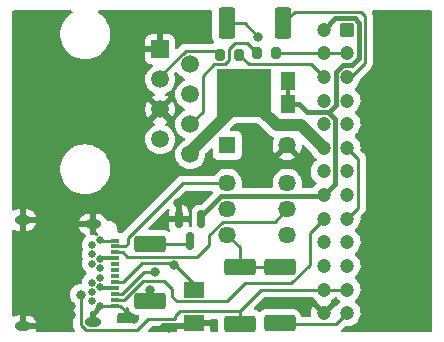
<source format=gbr>
%TF.GenerationSoftware,KiCad,Pcbnew,(6.0.5-0)*%
%TF.CreationDate,2022-06-12T16:17:49+02:00*%
%TF.ProjectId,Relay,52656c61-792e-46b6-9963-61645f706362,rev?*%
%TF.SameCoordinates,Original*%
%TF.FileFunction,Copper,L1,Top*%
%TF.FilePolarity,Positive*%
%FSLAX46Y46*%
G04 Gerber Fmt 4.6, Leading zero omitted, Abs format (unit mm)*
G04 Created by KiCad (PCBNEW (6.0.5-0)) date 2022-06-12 16:17:49*
%MOMM*%
%LPD*%
G01*
G04 APERTURE LIST*
G04 Aperture macros list*
%AMRoundRect*
0 Rectangle with rounded corners*
0 $1 Rounding radius*
0 $2 $3 $4 $5 $6 $7 $8 $9 X,Y pos of 4 corners*
0 Add a 4 corners polygon primitive as box body*
4,1,4,$2,$3,$4,$5,$6,$7,$8,$9,$2,$3,0*
0 Add four circle primitives for the rounded corners*
1,1,$1+$1,$2,$3*
1,1,$1+$1,$4,$5*
1,1,$1+$1,$6,$7*
1,1,$1+$1,$8,$9*
0 Add four rect primitives between the rounded corners*
20,1,$1+$1,$2,$3,$4,$5,0*
20,1,$1+$1,$4,$5,$6,$7,0*
20,1,$1+$1,$6,$7,$8,$9,0*
20,1,$1+$1,$8,$9,$2,$3,0*%
G04 Aperture macros list end*
%TA.AperFunction,SMDPad,CuDef*%
%ADD10R,1.800000X1.340000*%
%TD*%
%TA.AperFunction,SMDPad,CuDef*%
%ADD11RoundRect,0.249999X-1.075001X0.450001X-1.075001X-0.450001X1.075001X-0.450001X1.075001X0.450001X0*%
%TD*%
%TA.AperFunction,SMDPad,CuDef*%
%ADD12RoundRect,0.200000X0.200000X0.275000X-0.200000X0.275000X-0.200000X-0.275000X0.200000X-0.275000X0*%
%TD*%
%TA.AperFunction,ComponentPad*%
%ADD13R,1.500000X1.500000*%
%TD*%
%TA.AperFunction,ComponentPad*%
%ADD14C,1.500000*%
%TD*%
%TA.AperFunction,SMDPad,CuDef*%
%ADD15RoundRect,0.150000X-0.150000X0.587500X-0.150000X-0.587500X0.150000X-0.587500X0.150000X0.587500X0*%
%TD*%
%TA.AperFunction,SMDPad,CuDef*%
%ADD16R,1.200000X1.500000*%
%TD*%
%TA.AperFunction,SMDPad,CuDef*%
%ADD17R,4.650000X4.150000*%
%TD*%
%TA.AperFunction,ComponentPad*%
%ADD18RoundRect,0.250000X-0.350000X0.350000X-0.350000X-0.350000X0.350000X-0.350000X0.350000X0.350000X0*%
%TD*%
%TA.AperFunction,ComponentPad*%
%ADD19C,1.200000*%
%TD*%
%TA.AperFunction,SMDPad,CuDef*%
%ADD20R,0.700000X0.300000*%
%TD*%
%TA.AperFunction,ComponentPad*%
%ADD21C,0.650000*%
%TD*%
%TA.AperFunction,ComponentPad*%
%ADD22O,1.400000X0.800000*%
%TD*%
%TA.AperFunction,ComponentPad*%
%ADD23R,1.458000X1.458000*%
%TD*%
%TA.AperFunction,ComponentPad*%
%ADD24C,1.458000*%
%TD*%
%TA.AperFunction,SMDPad,CuDef*%
%ADD25RoundRect,0.249999X0.450001X1.075001X-0.450001X1.075001X-0.450001X-1.075001X0.450001X-1.075001X0*%
%TD*%
%TA.AperFunction,ViaPad*%
%ADD26C,0.800000*%
%TD*%
%TA.AperFunction,Conductor*%
%ADD27C,0.250000*%
%TD*%
%TA.AperFunction,Conductor*%
%ADD28C,0.500000*%
%TD*%
%TA.AperFunction,Conductor*%
%ADD29C,0.400000*%
%TD*%
%TA.AperFunction,Conductor*%
%ADD30C,0.300000*%
%TD*%
%TA.AperFunction,Conductor*%
%ADD31C,1.000000*%
%TD*%
G04 APERTURE END LIST*
D10*
%TO.P,D1,A*%
%TO.N,GND*%
X163150000Y-79462500D03*
%TO.P,D1,C*%
%TO.N,SBU1*%
X163150000Y-76602500D03*
%TD*%
D11*
%TO.P,R8,1*%
%TO.N,Relay_4*%
X170410000Y-74650000D03*
%TO.P,R8,2*%
%TO.N,Net-(J1-Pad25)*%
X170410000Y-79450000D03*
%TD*%
%TO.P,R7,1*%
%TO.N,Relay_4*%
X167020000Y-74680000D03*
%TO.P,R7,2*%
%TO.N,CAN2_L*%
X167020000Y-79480000D03*
%TD*%
D12*
%TO.P,R6,1*%
%TO.N,CAN0_H*%
X170125000Y-56570000D03*
%TO.P,R6,2*%
%TO.N,Net-(J3-Pad6)*%
X168475000Y-56570000D03*
%TD*%
D13*
%TO.P,J3,1*%
%TO.N,GND*%
X160300000Y-56257500D03*
D14*
%TO.P,J3,2*%
%TO.N,CAN3_L*%
X162840000Y-57527500D03*
%TO.P,J3,3*%
%TO.N,Net-(J3-Pad3)*%
X160300000Y-58797500D03*
%TO.P,J3,4*%
%TO.N,CAN3_H*%
X162840000Y-60067500D03*
%TO.P,J3,5*%
%TO.N,GND*%
X160300000Y-61337500D03*
%TO.P,J3,6*%
%TO.N,Net-(J3-Pad6)*%
X162840000Y-62607500D03*
%TO.P,J3,7*%
%TO.N,+12V*%
X160300000Y-63877500D03*
%TO.P,J3,8*%
X162840000Y-65147500D03*
%TD*%
D15*
%TO.P,Q1,1,B*%
%TO.N,IGN*%
X163790000Y-70652500D03*
%TO.P,Q1,2,E*%
%TO.N,GND*%
X161890000Y-70652500D03*
%TO.P,Q1,3,C*%
%TO.N,Net-(R4-Pad1)*%
X162840000Y-72527500D03*
%TD*%
D12*
%TO.P,R5,1*%
%TO.N,CAN0_L*%
X166975000Y-56710000D03*
%TO.P,R5,2*%
%TO.N,Net-(J3-Pad3)*%
X165325000Y-56710000D03*
%TD*%
D16*
%TO.P,CR1,1*%
%TO.N,IGN*%
X171160000Y-58955000D03*
%TO.P,CR1,2*%
X171160000Y-60925000D03*
D17*
%TO.P,CR1,3*%
%TO.N,+12V*%
X167410000Y-59940000D03*
%TD*%
D18*
%TO.P,J1,1,Pin_1*%
%TO.N,GND*%
X176150000Y-54592500D03*
D19*
%TO.P,J1,2,Pin_2*%
%TO.N,IGN*%
X174150000Y-54592500D03*
%TO.P,J1,3,Pin_3*%
%TO.N,CAN0_H*%
X176150000Y-56592500D03*
%TO.P,J1,4,Pin_4*%
X174150000Y-56592500D03*
%TO.P,J1,5,Pin_5*%
%TO.N,Net-(J1-Pad5)*%
X176150000Y-58592500D03*
%TO.P,J1,6,Pin_6*%
%TO.N,CAN0_L*%
X174150000Y-58592500D03*
%TO.P,J1,7,Pin_7*%
%TO.N,Net-(J1-Pad21)*%
X176150000Y-60592500D03*
%TO.P,J1,8,Pin_8*%
%TO.N,CAN1_H*%
X174150000Y-60592500D03*
%TO.P,J1,9,Pin_9*%
%TO.N,Net-(J1-Pad19)*%
X176150000Y-62592500D03*
%TO.P,J1,10,Pin_10*%
%TO.N,CAN1_L*%
X174150000Y-62592500D03*
%TO.P,J1,11,Pin_11*%
%TO.N,Net-(J1-Pad11)*%
X176150000Y-64592500D03*
%TO.P,J1,12,Pin_12*%
%TO.N,+12V*%
X174150000Y-64592500D03*
%TO.P,J1,13,Pin_13*%
%TO.N,Net-(J1-Pad13)*%
X176150000Y-66592500D03*
%TO.P,J1,14,Pin_14*%
%TO.N,+12V*%
X174150000Y-66592500D03*
%TO.P,J1,15,Pin_15*%
%TO.N,Net-(J1-Pad13)*%
X176150000Y-68592500D03*
%TO.P,J1,16,Pin_16*%
%TO.N,IGN*%
X174150000Y-68592500D03*
%TO.P,J1,17,Pin_17*%
%TO.N,Net-(J1-Pad11)*%
X176150000Y-70592500D03*
%TO.P,J1,18,Pin_18*%
%TO.N,CAN1_H*%
X174150000Y-70592500D03*
%TO.P,J1,19,Pin_19*%
%TO.N,Net-(J1-Pad19)*%
X176150000Y-72592500D03*
%TO.P,J1,20,Pin_20*%
%TO.N,CAN1_L*%
X174150000Y-72592500D03*
%TO.P,J1,21,Pin_21*%
%TO.N,Net-(J1-Pad21)*%
X176150000Y-74592500D03*
%TO.P,J1,22,Pin_22*%
%TO.N,CAN2_H*%
X174150000Y-74592500D03*
%TO.P,J1,23,Pin_23*%
%TO.N,CAN2_L*%
X176150000Y-76592500D03*
%TO.P,J1,24,Pin_24*%
X174150000Y-76592500D03*
%TO.P,J1,25,Pin_25*%
%TO.N,Net-(J1-Pad25)*%
X176150000Y-78592500D03*
%TO.P,J1,26,Pin_26*%
%TO.N,GND*%
X174150000Y-78592500D03*
%TD*%
D11*
%TO.P,R4,1*%
%TO.N,Net-(R4-Pad1)*%
X159460000Y-72760000D03*
%TO.P,R4,2*%
%TO.N,SBU2*%
X159460000Y-77560000D03*
%TD*%
D20*
%TO.P,J2,A1,GND*%
%TO.N,GND*%
X156510000Y-72450000D03*
%TO.P,J2,A2,TX1+*%
%TO.N,CAN0_H*%
X156510000Y-72950000D03*
%TO.P,J2,A3,TX1-*%
%TO.N,CAN0_L*%
X156510000Y-73450000D03*
%TO.P,J2,A4,VBUS*%
%TO.N,+12V*%
X156510000Y-73950000D03*
%TO.P,J2,A5,CC1*%
%TO.N,unconnected-(J2-PadA5)*%
X156510000Y-74450000D03*
%TO.P,J2,A6,D+*%
%TO.N,unconnected-(J2-PadA6)*%
X156510000Y-74950000D03*
%TO.P,J2,A7,D-*%
%TO.N,unconnected-(J2-PadA7)*%
X156510000Y-75450000D03*
%TO.P,J2,A8,SBU1*%
%TO.N,SBU1*%
X156510000Y-75950000D03*
%TO.P,J2,A9,VBUS*%
%TO.N,+12V*%
X156510000Y-76450000D03*
%TO.P,J2,A10,RX2-*%
%TO.N,CAN1_L*%
X156510000Y-76950000D03*
%TO.P,J2,A11,RX2+*%
%TO.N,CAN1_H*%
X156510000Y-77450000D03*
%TO.P,J2,A12,GND*%
%TO.N,GND*%
X156510000Y-77950000D03*
D21*
%TO.P,J2,B1,GND*%
X155200000Y-78000000D03*
%TO.P,J2,B2,TX2+*%
%TO.N,CAN2_H*%
X154500000Y-77600000D03*
%TO.P,J2,B3,TX2-*%
%TO.N,CAN2_L*%
X154500000Y-76800000D03*
%TO.P,J2,B4,VBUS*%
%TO.N,+12V*%
X155200000Y-76400000D03*
%TO.P,J2,B5,CC2*%
%TO.N,unconnected-(J2-PadB5)*%
X154500000Y-76000000D03*
%TO.P,J2,B6,D+*%
%TO.N,unconnected-(J2-PadB6)*%
X155200000Y-75600000D03*
%TO.P,J2,B7,D-*%
%TO.N,unconnected-(J2-PadB7)*%
X155200000Y-74800000D03*
%TO.P,J2,B8,SBU2*%
%TO.N,SBU2*%
X154500000Y-74400000D03*
%TO.P,J2,B9,VBUS*%
%TO.N,+12V*%
X155200000Y-74000000D03*
%TO.P,J2,B10,RX1-*%
%TO.N,CAN3_L*%
X154500000Y-73600000D03*
%TO.P,J2,B11,RX1+*%
%TO.N,CAN3_H*%
X154500000Y-72800000D03*
%TO.P,J2,B12,GND*%
%TO.N,GND*%
X155200000Y-72400000D03*
D22*
%TO.P,J2,S1,SHIELD*%
X148650000Y-70710000D03*
X148650000Y-79690000D03*
X154600000Y-71070000D03*
X154600000Y-79330000D03*
%TD*%
D23*
%TO.P,K1,1*%
%TO.N,SBU1*%
X165974500Y-64390000D03*
D24*
%TO.P,K1,2*%
%TO.N,CAN0_H*%
X165974500Y-67590000D03*
%TO.P,K1,3*%
%TO.N,CAN2_H*%
X165974500Y-69790000D03*
%TO.P,K1,4*%
%TO.N,Relay_4*%
X165974500Y-71990000D03*
%TO.P,K1,5*%
%TO.N,Relay_5*%
X171054500Y-71990000D03*
%TO.P,K1,6*%
%TO.N,CAN0_L*%
X171054500Y-69790000D03*
%TO.P,K1,7*%
%TO.N,CAN2_L*%
X171054500Y-67590000D03*
%TO.P,K1,8*%
%TO.N,GND*%
X171054500Y-64390000D03*
%TD*%
D25*
%TO.P,R1,1*%
%TO.N,Net-(J1-Pad5)*%
X170720000Y-54070000D03*
%TO.P,R1,2*%
%TO.N,Relay_5*%
X165920000Y-54070000D03*
%TD*%
D26*
%TO.N,SBU1*%
X161510000Y-74534500D03*
%TO.N,GND*%
X152790000Y-78740000D03*
X170390000Y-77750000D03*
X154340000Y-60820000D03*
X158090000Y-79120000D03*
X161790000Y-69260000D03*
X152760000Y-78030000D03*
X160420000Y-71020000D03*
X161020000Y-79850000D03*
X156290000Y-69110000D03*
X154340000Y-63000000D03*
X158700000Y-69560000D03*
X181075000Y-75550000D03*
X154340000Y-58640000D03*
X181075000Y-68958332D03*
X181075000Y-55775000D03*
X181075000Y-62366666D03*
X157300000Y-63310000D03*
X158050000Y-61270000D03*
%TO.N,CAN1_L*%
X159830000Y-75074500D03*
%TO.N,CAN2_L*%
X153570000Y-77040000D03*
%TO.N,SBU2*%
X159410000Y-76600000D03*
%TO.N,Relay_5*%
X168610000Y-55230000D03*
%TD*%
D27*
%TO.N,SBU1*%
X161510000Y-74534500D02*
X161579700Y-74534500D01*
X157185300Y-75950000D02*
X156510000Y-75950000D01*
X161510000Y-74534500D02*
X161325500Y-74350000D01*
X163150000Y-76104800D02*
X163150000Y-76602500D01*
X161325500Y-74350000D02*
X158759022Y-74350000D01*
X158759022Y-74350000D02*
X157159022Y-75950000D01*
X157159022Y-75950000D02*
X156510000Y-75950000D01*
X161579700Y-74534500D02*
X163150000Y-76104800D01*
%TO.N,GND*%
X156510000Y-72450000D02*
X155250000Y-72450000D01*
X156920000Y-77950000D02*
X156510000Y-77950000D01*
X161862500Y-70680000D02*
X161890000Y-70652500D01*
X160760000Y-70680000D02*
X161862500Y-70680000D01*
D28*
X160575000Y-79660000D02*
X162952500Y-79660000D01*
D29*
X155200000Y-78000000D02*
X154570000Y-78630000D01*
D27*
X155250000Y-72450000D02*
X155200000Y-72400000D01*
X161020000Y-79850000D02*
X160765000Y-79850000D01*
X154570000Y-78630000D02*
X154570000Y-78850000D01*
X156510000Y-77950000D02*
X155250000Y-77950000D01*
D28*
X162952500Y-79660000D02*
X163150000Y-79462500D01*
D27*
X158090000Y-79120000D02*
X156920000Y-77950000D01*
X160420000Y-71020000D02*
X160760000Y-70680000D01*
X155250000Y-77950000D02*
X155200000Y-78000000D01*
D29*
%TO.N,IGN*%
X175224600Y-58156200D02*
X175150000Y-58230800D01*
X175113900Y-53628600D02*
X176753900Y-53628600D01*
X177141900Y-54016600D02*
X177141900Y-56963700D01*
X177141900Y-56963700D02*
X176513100Y-57592500D01*
X175075400Y-67667100D02*
X175075400Y-62162600D01*
D27*
X171160000Y-60925000D02*
X171622700Y-60925000D01*
D29*
X174150000Y-68592500D02*
X175075400Y-67667100D01*
X175075400Y-62162600D02*
X174505300Y-61592500D01*
X171622700Y-60925000D02*
X172085300Y-60925000D01*
D27*
X174052500Y-68690000D02*
X174150000Y-68592500D01*
D30*
X171160000Y-60462300D02*
X171160000Y-58955000D01*
D29*
X174150000Y-54592500D02*
X175113900Y-53628600D01*
D27*
X171622700Y-60925000D02*
X171160000Y-60462300D01*
D29*
X174505300Y-61592500D02*
X172752800Y-61592500D01*
X175788300Y-57592500D02*
X175224600Y-58156200D01*
X165485600Y-68690000D02*
X174052500Y-68690000D01*
X175150000Y-58230800D02*
X175150000Y-61006023D01*
X176513100Y-57592500D02*
X175788300Y-57592500D01*
X175150000Y-61006023D02*
X174563523Y-61592500D01*
X176753900Y-53628600D02*
X177141900Y-54016600D01*
X174563523Y-61592500D02*
X174505300Y-61592500D01*
X163790000Y-70385600D02*
X165485600Y-68690000D01*
D27*
X163790000Y-70652500D02*
X163790000Y-70385600D01*
D29*
X172752800Y-61592500D02*
X172085300Y-60925000D01*
D27*
%TO.N,CAN0_H*%
X157540000Y-72240000D02*
X157540000Y-72750000D01*
X162190000Y-67590000D02*
X157540000Y-72240000D01*
X157540000Y-72750000D02*
X157340000Y-72950000D01*
X165974500Y-67590000D02*
X162190000Y-67590000D01*
X170125000Y-56570000D02*
X170147500Y-56592500D01*
X170147500Y-56592500D02*
X174150000Y-56592500D01*
X157340000Y-72950000D02*
X156510000Y-72950000D01*
X174150000Y-56592500D02*
X176150000Y-56592500D01*
%TO.N,Net-(J1-Pad5)*%
X171720000Y-53070000D02*
X177260000Y-53070000D01*
X177260000Y-53070000D02*
X177666420Y-53476420D01*
X177666420Y-53476420D02*
X177666420Y-57413580D01*
X176487500Y-58592500D02*
X176150000Y-58592500D01*
X177666420Y-57413580D02*
X176487500Y-58592500D01*
X170720000Y-54070000D02*
X171720000Y-53070000D01*
%TO.N,CAN0_L*%
X173097100Y-57539600D02*
X167804600Y-57539600D01*
X164420000Y-72820000D02*
X163430000Y-73810000D01*
X157159022Y-73450000D02*
X156510000Y-73450000D01*
X165595600Y-70844400D02*
X164420000Y-72020000D01*
X164420000Y-72020000D02*
X164420000Y-72820000D01*
X170000100Y-70844400D02*
X165595600Y-70844400D01*
X167804600Y-57539600D02*
X166975000Y-56710000D01*
X157519022Y-73810000D02*
X157159022Y-73450000D01*
X163430000Y-73810000D02*
X157519022Y-73810000D01*
X171054500Y-69790000D02*
X170000100Y-70844400D01*
X174150000Y-58592500D02*
X173097100Y-57539600D01*
%TO.N,CAN1_H*%
X156510000Y-77450000D02*
X157232506Y-77450000D01*
X157232506Y-77450000D02*
X158842506Y-75840000D01*
X160590000Y-75840000D02*
X161330000Y-76580000D01*
X161330000Y-77200000D02*
X161727900Y-77597900D01*
X171402300Y-76057700D02*
X172965800Y-74494200D01*
X172965800Y-71776700D02*
X174150000Y-70592500D01*
X165953000Y-77597900D02*
X167493200Y-76057700D01*
X158842506Y-75840000D02*
X160590000Y-75840000D01*
X167493200Y-76057700D02*
X171402300Y-76057700D01*
X161727900Y-77597900D02*
X165953000Y-77597900D01*
X172965800Y-74494200D02*
X172965800Y-71776700D01*
X161330000Y-76580000D02*
X161330000Y-77200000D01*
%TO.N,CAN1_L*%
X157050000Y-76950000D02*
X156510000Y-76950000D01*
X159830000Y-75074500D02*
X158925500Y-75074500D01*
X158925500Y-75074500D02*
X157050000Y-76950000D01*
%TO.N,Net-(J1-Pad11)*%
X176150000Y-70592500D02*
X177090300Y-69652200D01*
X177090300Y-65532800D02*
X176150000Y-64592500D01*
X177090300Y-69652200D02*
X177090300Y-65532800D01*
D31*
%TO.N,+12V*%
X166435000Y-61315000D02*
X162920000Y-64830000D01*
X168785000Y-61315000D02*
X167410000Y-59940000D01*
D27*
X155200000Y-74000000D02*
X155250000Y-73950000D01*
X168785000Y-61315000D02*
X166672500Y-61315000D01*
D30*
X155250000Y-76450000D02*
X156510000Y-76450000D01*
D31*
X172247500Y-62690000D02*
X170160000Y-62690000D01*
X172248000Y-62690000D02*
X174150000Y-64592500D01*
X162920000Y-64830000D02*
X162920000Y-65110000D01*
D27*
X155200000Y-76400000D02*
X155250000Y-76450000D01*
D30*
X155250000Y-73950000D02*
X156510000Y-73950000D01*
D31*
X170160000Y-62690000D02*
X168785000Y-61315000D01*
D28*
X162920000Y-65110000D02*
X162882500Y-65147500D01*
X162882500Y-65147500D02*
X162840000Y-65147500D01*
X166672500Y-61315000D02*
X166435000Y-61315000D01*
D27*
%TO.N,CAN2_L*%
X167020000Y-78426800D02*
X167020000Y-79480000D01*
X153999894Y-80054520D02*
X158335480Y-80054520D01*
X153575480Y-79630106D02*
X153999894Y-80054520D01*
X153575480Y-78385480D02*
X153575480Y-79630106D01*
X154681452Y-76800000D02*
X154500000Y-76800000D01*
X153570000Y-77040000D02*
X153570000Y-78380000D01*
X158335480Y-80054520D02*
X159304520Y-79085480D01*
X168854300Y-76592500D02*
X167020000Y-78426800D01*
X161966678Y-78426800D02*
X167020000Y-78426800D01*
X161573478Y-78820000D02*
X161966678Y-78426800D01*
X153570000Y-78380000D02*
X153575480Y-78385480D01*
X159304520Y-79085480D02*
X161573478Y-79085480D01*
X161573478Y-79085480D02*
X161573478Y-78820000D01*
X176150000Y-76592500D02*
X174150000Y-76592500D01*
X174150000Y-76592500D02*
X168854300Y-76592500D01*
%TO.N,SBU2*%
X159460000Y-77560000D02*
X159460000Y-76650000D01*
X159460000Y-76650000D02*
X159410000Y-76600000D01*
%TO.N,Net-(J3-Pad3)*%
X160300000Y-58797500D02*
X160300000Y-58546700D01*
X165016100Y-56401100D02*
X165325000Y-56710000D01*
X160300000Y-58546700D02*
X162445600Y-56401100D01*
X162445600Y-56401100D02*
X165016100Y-56401100D01*
%TO.N,Net-(J3-Pad6)*%
X163915400Y-61532100D02*
X163915400Y-58480600D01*
X163915400Y-58480600D02*
X164856400Y-57539600D01*
X165797500Y-57539600D02*
X166150000Y-57187100D01*
X166660000Y-55710000D02*
X167615000Y-55710000D01*
X166150000Y-57187100D02*
X166150000Y-56220000D01*
X167615000Y-55710000D02*
X168475000Y-56570000D01*
X164856400Y-57539600D02*
X165797500Y-57539600D01*
X166150000Y-56220000D02*
X166660000Y-55710000D01*
X162840000Y-62607500D02*
X163915400Y-61532100D01*
%TO.N,Relay_4*%
X165974500Y-71990000D02*
X167020000Y-73035500D01*
X167020000Y-73035500D02*
X167020000Y-74650000D01*
X167020000Y-74650000D02*
X167020000Y-74680000D01*
X167020000Y-74650000D02*
X170410000Y-74650000D01*
%TO.N,Net-(J1-Pad25)*%
X170493200Y-79533200D02*
X170410000Y-79450000D01*
X176150000Y-78592500D02*
X175209300Y-79533200D01*
X175209300Y-79533200D02*
X170493200Y-79533200D01*
%TO.N,Relay_5*%
X168610000Y-55230000D02*
X167450000Y-54070000D01*
X167450000Y-54070000D02*
X165920000Y-54070000D01*
%TO.N,Net-(R4-Pad1)*%
X162607500Y-72760000D02*
X162840000Y-72527500D01*
X159460000Y-72760000D02*
X162607500Y-72760000D01*
%TD*%
%TA.AperFunction,Conductor*%
%TO.N,GND*%
G36*
X183263621Y-52988502D02*
G01*
X183310114Y-53042158D01*
X183321500Y-53094500D01*
X183321500Y-80095500D01*
X183301498Y-80163621D01*
X183247842Y-80210114D01*
X183195500Y-80221500D01*
X175725908Y-80221500D01*
X175657787Y-80201498D01*
X175611294Y-80147842D01*
X175601190Y-80077568D01*
X175630684Y-80012988D01*
X175639656Y-80003649D01*
X175639995Y-80003330D01*
X175646407Y-79998672D01*
X175659031Y-79983413D01*
X175674598Y-79964595D01*
X175682588Y-79955816D01*
X175905985Y-79732419D01*
X175968297Y-79698393D01*
X176004666Y-79696877D01*
X176004692Y-79696225D01*
X176208263Y-79704223D01*
X176409883Y-79674990D01*
X176415347Y-79673135D01*
X176415352Y-79673134D01*
X176597327Y-79611362D01*
X176597332Y-79611360D01*
X176602799Y-79609504D01*
X176780551Y-79509958D01*
X176937186Y-79379686D01*
X177067458Y-79223051D01*
X177167004Y-79045299D01*
X177168860Y-79039832D01*
X177168862Y-79039827D01*
X177230634Y-78857852D01*
X177230635Y-78857847D01*
X177232490Y-78852383D01*
X177261723Y-78650763D01*
X177263249Y-78592500D01*
X177250654Y-78455422D01*
X177245137Y-78395380D01*
X177245136Y-78395377D01*
X177244608Y-78389626D01*
X177243040Y-78384066D01*
X177190875Y-78199106D01*
X177190874Y-78199104D01*
X177189307Y-78193547D01*
X177178776Y-78172191D01*
X177101756Y-78016010D01*
X177099201Y-78010829D01*
X177080796Y-77986181D01*
X176980758Y-77852215D01*
X176980758Y-77852214D01*
X176977305Y-77847591D01*
X176887646Y-77764711D01*
X176831943Y-77713219D01*
X176831940Y-77713217D01*
X176827703Y-77709300D01*
X176822822Y-77706220D01*
X176822819Y-77706218D01*
X176811272Y-77698933D01*
X176764334Y-77645667D01*
X176753644Y-77575480D01*
X176782598Y-77510655D01*
X176797938Y-77495497D01*
X176898867Y-77411556D01*
X176937186Y-77379686D01*
X177067458Y-77223051D01*
X177167004Y-77045299D01*
X177168860Y-77039832D01*
X177168862Y-77039827D01*
X177230634Y-76857852D01*
X177230635Y-76857847D01*
X177232490Y-76852383D01*
X177261723Y-76650763D01*
X177263249Y-76592500D01*
X177244608Y-76389626D01*
X177206008Y-76252763D01*
X177190875Y-76199106D01*
X177190874Y-76199104D01*
X177189307Y-76193547D01*
X177177614Y-76169834D01*
X177101756Y-76016010D01*
X177099201Y-76010829D01*
X177000385Y-75878498D01*
X176980758Y-75852215D01*
X176980758Y-75852214D01*
X176977305Y-75847591D01*
X176865137Y-75743904D01*
X176831943Y-75713219D01*
X176831940Y-75713217D01*
X176827703Y-75709300D01*
X176822822Y-75706220D01*
X176822819Y-75706218D01*
X176811272Y-75698933D01*
X176764334Y-75645667D01*
X176753644Y-75575480D01*
X176782598Y-75510655D01*
X176797938Y-75495497D01*
X176816686Y-75479905D01*
X176937186Y-75379686D01*
X177067458Y-75223051D01*
X177167004Y-75045299D01*
X177168860Y-75039832D01*
X177168862Y-75039827D01*
X177230634Y-74857852D01*
X177230635Y-74857847D01*
X177232490Y-74852383D01*
X177261723Y-74650763D01*
X177263249Y-74592500D01*
X177249321Y-74440922D01*
X177245137Y-74395380D01*
X177245136Y-74395377D01*
X177244608Y-74389626D01*
X177239769Y-74372469D01*
X177190875Y-74199106D01*
X177190874Y-74199104D01*
X177189307Y-74193547D01*
X177184016Y-74182816D01*
X177101756Y-74016010D01*
X177099201Y-74010829D01*
X177083603Y-73989940D01*
X176980758Y-73852215D01*
X176980758Y-73852214D01*
X176977305Y-73847591D01*
X176873372Y-73751516D01*
X176831943Y-73713219D01*
X176831940Y-73713217D01*
X176827703Y-73709300D01*
X176822822Y-73706220D01*
X176822819Y-73706218D01*
X176811272Y-73698933D01*
X176764334Y-73645667D01*
X176753644Y-73575480D01*
X176782598Y-73510655D01*
X176797938Y-73495497D01*
X176811320Y-73484368D01*
X176937186Y-73379686D01*
X177067458Y-73223051D01*
X177139835Y-73093813D01*
X177164180Y-73050342D01*
X177164181Y-73050340D01*
X177167004Y-73045299D01*
X177168860Y-73039832D01*
X177168862Y-73039827D01*
X177230634Y-72857852D01*
X177230635Y-72857847D01*
X177232490Y-72852383D01*
X177261723Y-72650763D01*
X177263249Y-72592500D01*
X177246927Y-72414867D01*
X177245137Y-72395380D01*
X177245136Y-72395377D01*
X177244608Y-72389626D01*
X177223026Y-72313102D01*
X177190875Y-72199106D01*
X177190874Y-72199104D01*
X177189307Y-72193547D01*
X177183653Y-72182080D01*
X177101756Y-72016010D01*
X177099201Y-72010829D01*
X177094804Y-72004940D01*
X176980758Y-71852215D01*
X176980758Y-71852214D01*
X176977305Y-71847591D01*
X176863719Y-71742593D01*
X176831943Y-71713219D01*
X176831940Y-71713217D01*
X176827703Y-71709300D01*
X176822822Y-71706220D01*
X176822819Y-71706218D01*
X176811272Y-71698933D01*
X176764334Y-71645667D01*
X176753644Y-71575480D01*
X176782598Y-71510655D01*
X176797938Y-71495497D01*
X176819097Y-71477900D01*
X176937186Y-71379686D01*
X177067458Y-71223051D01*
X177075976Y-71207842D01*
X177164180Y-71050342D01*
X177164181Y-71050340D01*
X177167004Y-71045299D01*
X177168860Y-71039832D01*
X177168862Y-71039827D01*
X177230634Y-70857852D01*
X177230635Y-70857847D01*
X177232490Y-70852383D01*
X177261723Y-70650763D01*
X177263249Y-70592500D01*
X177250584Y-70454663D01*
X177250366Y-70452287D01*
X177264051Y-70382621D01*
X177286742Y-70351663D01*
X177482553Y-70155852D01*
X177490839Y-70148312D01*
X177497318Y-70144200D01*
X177543947Y-70094545D01*
X177546698Y-70091707D01*
X177566435Y-70071970D01*
X177568915Y-70068773D01*
X177576620Y-70059751D01*
X177601459Y-70033300D01*
X177606886Y-70027521D01*
X177610705Y-70020575D01*
X177610707Y-70020572D01*
X177616648Y-70009766D01*
X177627499Y-69993247D01*
X177632619Y-69986646D01*
X177639914Y-69977241D01*
X177643059Y-69969972D01*
X177643062Y-69969968D01*
X177657474Y-69936663D01*
X177662691Y-69926013D01*
X177683995Y-69887260D01*
X177686056Y-69879235D01*
X177689033Y-69867638D01*
X177695437Y-69848934D01*
X177700333Y-69837620D01*
X177700333Y-69837619D01*
X177703481Y-69830345D01*
X177704720Y-69822522D01*
X177704723Y-69822512D01*
X177710399Y-69786676D01*
X177712805Y-69775056D01*
X177721828Y-69739911D01*
X177721828Y-69739910D01*
X177723800Y-69732230D01*
X177723800Y-69711976D01*
X177725351Y-69692265D01*
X177727280Y-69680086D01*
X177728520Y-69672257D01*
X177724359Y-69628238D01*
X177723800Y-69616381D01*
X177723800Y-65611567D01*
X177724327Y-65600384D01*
X177726002Y-65592891D01*
X177725584Y-65579576D01*
X177723862Y-65524814D01*
X177723800Y-65520855D01*
X177723800Y-65492944D01*
X177723295Y-65488944D01*
X177722362Y-65477101D01*
X177721763Y-65458024D01*
X177720973Y-65432911D01*
X177715321Y-65413457D01*
X177711313Y-65394100D01*
X177709768Y-65381870D01*
X177709768Y-65381869D01*
X177708774Y-65374003D01*
X177702160Y-65357297D01*
X177692496Y-65332888D01*
X177688651Y-65321658D01*
X177678529Y-65286817D01*
X177678529Y-65286816D01*
X177676318Y-65279207D01*
X177672285Y-65272388D01*
X177672283Y-65272383D01*
X177666007Y-65261772D01*
X177657312Y-65244024D01*
X177649852Y-65225183D01*
X177623864Y-65189413D01*
X177617348Y-65179493D01*
X177598880Y-65148265D01*
X177598878Y-65148262D01*
X177594842Y-65141438D01*
X177580521Y-65127117D01*
X177567680Y-65112083D01*
X177560431Y-65102106D01*
X177555772Y-65095693D01*
X177549667Y-65090642D01*
X177549662Y-65090637D01*
X177521696Y-65067501D01*
X177512918Y-65059513D01*
X177286436Y-64833031D01*
X177252410Y-64770719D01*
X177250835Y-64725856D01*
X177251578Y-64720735D01*
X177261723Y-64650763D01*
X177263249Y-64592500D01*
X177249166Y-64439235D01*
X177245137Y-64395380D01*
X177245136Y-64395377D01*
X177244608Y-64389626D01*
X177227131Y-64327658D01*
X177190875Y-64199106D01*
X177190874Y-64199104D01*
X177189307Y-64193547D01*
X177184426Y-64183648D01*
X177101756Y-64016010D01*
X177099201Y-64010829D01*
X177090588Y-63999294D01*
X176980758Y-63852215D01*
X176980758Y-63852214D01*
X176977305Y-63847591D01*
X176827703Y-63709300D01*
X176822822Y-63706220D01*
X176822819Y-63706218D01*
X176811272Y-63698933D01*
X176764334Y-63645667D01*
X176753644Y-63575480D01*
X176782598Y-63510655D01*
X176797938Y-63495497D01*
X176833447Y-63465965D01*
X176937186Y-63379686D01*
X177067458Y-63223051D01*
X177167004Y-63045299D01*
X177168860Y-63039832D01*
X177168862Y-63039827D01*
X177230634Y-62857852D01*
X177230635Y-62857847D01*
X177232490Y-62852383D01*
X177261723Y-62650763D01*
X177263249Y-62592500D01*
X177251860Y-62468549D01*
X177245137Y-62395380D01*
X177245136Y-62395377D01*
X177244608Y-62389626D01*
X177189307Y-62193547D01*
X177177912Y-62170439D01*
X177101756Y-62016010D01*
X177099201Y-62010829D01*
X176977305Y-61847591D01*
X176827703Y-61709300D01*
X176822822Y-61706220D01*
X176822819Y-61706218D01*
X176811272Y-61698933D01*
X176764334Y-61645667D01*
X176753644Y-61575480D01*
X176782598Y-61510655D01*
X176797938Y-61495497D01*
X176850605Y-61451695D01*
X176937186Y-61379686D01*
X177067458Y-61223051D01*
X177167004Y-61045299D01*
X177168860Y-61039832D01*
X177168862Y-61039827D01*
X177230634Y-60857852D01*
X177230635Y-60857847D01*
X177232490Y-60852383D01*
X177261723Y-60650763D01*
X177263249Y-60592500D01*
X177249071Y-60438198D01*
X177245137Y-60395380D01*
X177245136Y-60395377D01*
X177244608Y-60389626D01*
X177218205Y-60296010D01*
X177190875Y-60199106D01*
X177190874Y-60199104D01*
X177189307Y-60193547D01*
X177183599Y-60181971D01*
X177101756Y-60016010D01*
X177099201Y-60010829D01*
X177091487Y-60000498D01*
X176980758Y-59852215D01*
X176980758Y-59852214D01*
X176977305Y-59847591D01*
X176827703Y-59709300D01*
X176822822Y-59706220D01*
X176822819Y-59706218D01*
X176811272Y-59698933D01*
X176764334Y-59645667D01*
X176753644Y-59575480D01*
X176782598Y-59510655D01*
X176797938Y-59495497D01*
X176863664Y-59440834D01*
X176937186Y-59379686D01*
X177067458Y-59223051D01*
X177167004Y-59045299D01*
X177168860Y-59039832D01*
X177168862Y-59039827D01*
X177230634Y-58857852D01*
X177230635Y-58857847D01*
X177232490Y-58852383D01*
X177236695Y-58823385D01*
X177244963Y-58766356D01*
X177274532Y-58701810D01*
X177280564Y-58695340D01*
X178058667Y-57917237D01*
X178066957Y-57909693D01*
X178073438Y-57905580D01*
X178120079Y-57855912D01*
X178122833Y-57853071D01*
X178142555Y-57833349D01*
X178145032Y-57830156D01*
X178152737Y-57821135D01*
X178177579Y-57794680D01*
X178183006Y-57788901D01*
X178186827Y-57781951D01*
X178192766Y-57771148D01*
X178203622Y-57754621D01*
X178211177Y-57744882D01*
X178211178Y-57744880D01*
X178216034Y-57738620D01*
X178233594Y-57698040D01*
X178238811Y-57687392D01*
X178256295Y-57655589D01*
X178256296Y-57655587D01*
X178260115Y-57648640D01*
X178265153Y-57629017D01*
X178271557Y-57610314D01*
X178276453Y-57599000D01*
X178276453Y-57598999D01*
X178279601Y-57591725D01*
X178280840Y-57583902D01*
X178280843Y-57583892D01*
X178286519Y-57548056D01*
X178288925Y-57536436D01*
X178297948Y-57501291D01*
X178297948Y-57501290D01*
X178299920Y-57493610D01*
X178299920Y-57473356D01*
X178301471Y-57453645D01*
X178303400Y-57441466D01*
X178304640Y-57433637D01*
X178300479Y-57389618D01*
X178299920Y-57377761D01*
X178299920Y-53555188D01*
X178300447Y-53544005D01*
X178302122Y-53536512D01*
X178299982Y-53468421D01*
X178299920Y-53464464D01*
X178299920Y-53436564D01*
X178299416Y-53432573D01*
X178298483Y-53420731D01*
X178297343Y-53384456D01*
X178297094Y-53376531D01*
X178293117Y-53362842D01*
X178291441Y-53357072D01*
X178287432Y-53337713D01*
X178287266Y-53336403D01*
X178284894Y-53317623D01*
X178281978Y-53310257D01*
X178281976Y-53310251D01*
X178268620Y-53276518D01*
X178264775Y-53265288D01*
X178254650Y-53230437D01*
X178254650Y-53230436D01*
X178252439Y-53222827D01*
X178242125Y-53205386D01*
X178233428Y-53187633D01*
X178228892Y-53176178D01*
X178225972Y-53168803D01*
X178221310Y-53162386D01*
X178217494Y-53155445D01*
X178220530Y-53153776D01*
X178201941Y-53101753D01*
X178217988Y-53032594D01*
X178268879Y-52983090D01*
X178327732Y-52968500D01*
X183195500Y-52968500D01*
X183263621Y-52988502D01*
G37*
%TD.AperFunction*%
%TA.AperFunction,Conductor*%
G36*
X165128621Y-79080302D02*
G01*
X165175114Y-79133958D01*
X165186500Y-79186300D01*
X165186501Y-79590500D01*
X165186501Y-79980400D01*
X165190762Y-80021468D01*
X165197093Y-80082498D01*
X165184227Y-80152319D01*
X165135656Y-80204101D01*
X165071766Y-80221500D01*
X164684000Y-80221500D01*
X164615879Y-80201498D01*
X164569386Y-80147842D01*
X164558000Y-80095500D01*
X164558000Y-79734615D01*
X164553525Y-79719376D01*
X164552135Y-79718171D01*
X164544452Y-79716500D01*
X163022000Y-79716500D01*
X162953879Y-79696498D01*
X162907386Y-79642842D01*
X162896000Y-79590500D01*
X162896000Y-79334500D01*
X162916002Y-79266379D01*
X162969658Y-79219886D01*
X163022000Y-79208500D01*
X164539884Y-79208500D01*
X164555123Y-79204025D01*
X164556328Y-79202635D01*
X164557999Y-79194952D01*
X164557999Y-79186300D01*
X164578001Y-79118179D01*
X164631657Y-79071686D01*
X164683999Y-79060300D01*
X165060500Y-79060300D01*
X165128621Y-79080302D01*
G37*
%TD.AperFunction*%
%TA.AperFunction,Conductor*%
G36*
X161525294Y-79721212D02*
G01*
X161525597Y-79721270D01*
X161525601Y-79721270D01*
X161533384Y-79722755D01*
X161589429Y-79719229D01*
X161597340Y-79718980D01*
X161613334Y-79718980D01*
X161613334Y-79720251D01*
X161677323Y-79734741D01*
X161727097Y-79785368D01*
X161742001Y-79844812D01*
X161742001Y-80095500D01*
X161721999Y-80163621D01*
X161668343Y-80210114D01*
X161616001Y-80221500D01*
X159368594Y-80221500D01*
X159300473Y-80201498D01*
X159253980Y-80147842D01*
X159243876Y-80077568D01*
X159273370Y-80012988D01*
X159279499Y-80006405D01*
X159530019Y-79755885D01*
X159592331Y-79721859D01*
X159619114Y-79718980D01*
X161501685Y-79718980D01*
X161525294Y-79721212D01*
G37*
%TD.AperFunction*%
%TA.AperFunction,Conductor*%
G36*
X152825479Y-52988502D02*
G01*
X152871972Y-53042158D01*
X152882076Y-53112432D01*
X152852582Y-53177012D01*
X152829811Y-53197585D01*
X152619977Y-53345059D01*
X152604892Y-53359077D01*
X152434691Y-53517238D01*
X152409378Y-53540760D01*
X152227287Y-53763232D01*
X152077073Y-54008358D01*
X151961517Y-54271602D01*
X151882756Y-54548094D01*
X151842249Y-54832716D01*
X151842227Y-54837005D01*
X151842226Y-54837012D01*
X151840766Y-55115797D01*
X151840743Y-55120203D01*
X151841302Y-55124447D01*
X151841302Y-55124451D01*
X151845171Y-55153840D01*
X151878268Y-55405234D01*
X151954129Y-55682536D01*
X151955813Y-55686484D01*
X152062083Y-55935628D01*
X152066923Y-55946976D01*
X152214561Y-56193661D01*
X152394313Y-56418028D01*
X152602851Y-56615923D01*
X152836317Y-56783686D01*
X152840112Y-56785695D01*
X152840113Y-56785696D01*
X152861869Y-56797215D01*
X153090392Y-56918212D01*
X153360373Y-57017011D01*
X153641264Y-57078255D01*
X153669841Y-57080504D01*
X153864282Y-57095807D01*
X153864291Y-57095807D01*
X153866739Y-57096000D01*
X154022271Y-57096000D01*
X154024407Y-57095854D01*
X154024418Y-57095854D01*
X154232548Y-57081665D01*
X154232554Y-57081664D01*
X154236825Y-57081373D01*
X154241020Y-57080504D01*
X154241022Y-57080504D01*
X154377847Y-57052169D01*
X154518342Y-57023074D01*
X154789343Y-56927107D01*
X155044812Y-56795250D01*
X155048313Y-56792789D01*
X155048317Y-56792787D01*
X155162418Y-56712595D01*
X155280023Y-56629941D01*
X155402665Y-56515975D01*
X155487479Y-56437161D01*
X155487481Y-56437158D01*
X155490622Y-56434240D01*
X155672713Y-56211768D01*
X155811441Y-55985385D01*
X159042000Y-55985385D01*
X159046475Y-56000624D01*
X159047865Y-56001829D01*
X159055548Y-56003500D01*
X160027885Y-56003500D01*
X160043124Y-55999025D01*
X160044329Y-55997635D01*
X160046000Y-55989952D01*
X160046000Y-55017616D01*
X160041525Y-55002377D01*
X160040135Y-55001172D01*
X160032452Y-54999501D01*
X159505331Y-54999501D01*
X159498510Y-54999871D01*
X159447648Y-55005395D01*
X159432396Y-55009021D01*
X159311946Y-55054176D01*
X159296351Y-55062714D01*
X159194276Y-55139215D01*
X159181715Y-55151776D01*
X159105214Y-55253851D01*
X159096676Y-55269446D01*
X159051522Y-55389894D01*
X159047895Y-55405149D01*
X159042369Y-55456014D01*
X159042000Y-55462828D01*
X159042000Y-55985385D01*
X155811441Y-55985385D01*
X155822927Y-55966642D01*
X155938483Y-55703398D01*
X156017244Y-55426906D01*
X156049736Y-55198599D01*
X156057146Y-55146536D01*
X156057146Y-55146534D01*
X156057751Y-55142284D01*
X156057845Y-55124451D01*
X156059235Y-54859083D01*
X156059235Y-54859076D01*
X156059257Y-54854797D01*
X156021732Y-54569766D01*
X155945871Y-54292464D01*
X155833077Y-54028024D01*
X155685439Y-53781339D01*
X155505687Y-53556972D01*
X155307514Y-53368913D01*
X155300258Y-53362027D01*
X155300255Y-53362025D01*
X155297149Y-53359077D01*
X155071348Y-53196822D01*
X155027700Y-53140828D01*
X155021254Y-53070124D01*
X155054057Y-53007160D01*
X155115693Y-52971926D01*
X155144874Y-52968500D01*
X164585500Y-52968500D01*
X164653621Y-52988502D01*
X164700114Y-53042158D01*
X164711500Y-53094500D01*
X164711501Y-55195400D01*
X164722474Y-55301167D01*
X164724658Y-55307713D01*
X164775754Y-55460864D01*
X164778450Y-55468946D01*
X164844263Y-55575299D01*
X164863099Y-55643750D01*
X164841937Y-55711519D01*
X164787496Y-55757090D01*
X164737117Y-55767600D01*
X162524368Y-55767600D01*
X162513185Y-55767073D01*
X162505692Y-55765398D01*
X162497766Y-55765647D01*
X162497765Y-55765647D01*
X162437602Y-55767538D01*
X162433644Y-55767600D01*
X162405744Y-55767600D01*
X162401754Y-55768104D01*
X162389920Y-55769036D01*
X162345711Y-55770426D01*
X162338095Y-55772639D01*
X162338093Y-55772639D01*
X162326252Y-55776079D01*
X162306893Y-55780088D01*
X162305583Y-55780254D01*
X162286803Y-55782626D01*
X162279437Y-55785542D01*
X162279431Y-55785544D01*
X162245698Y-55798900D01*
X162234468Y-55802745D01*
X162199617Y-55812870D01*
X162192007Y-55815081D01*
X162185184Y-55819116D01*
X162174566Y-55825395D01*
X162156813Y-55834092D01*
X162150606Y-55836550D01*
X162137983Y-55841548D01*
X162131568Y-55846209D01*
X162102212Y-55867537D01*
X162092295Y-55874051D01*
X162054238Y-55896558D01*
X162039917Y-55910879D01*
X162024884Y-55923719D01*
X162008493Y-55935628D01*
X161982836Y-55966642D01*
X161980302Y-55969705D01*
X161972312Y-55978484D01*
X161773095Y-56177701D01*
X161710783Y-56211727D01*
X161639968Y-56206662D01*
X161583132Y-56164115D01*
X161558321Y-56097595D01*
X161558000Y-56088606D01*
X161557999Y-55462831D01*
X161557629Y-55456010D01*
X161552105Y-55405148D01*
X161548479Y-55389896D01*
X161503324Y-55269446D01*
X161494786Y-55253851D01*
X161418285Y-55151776D01*
X161405724Y-55139215D01*
X161303649Y-55062714D01*
X161288054Y-55054176D01*
X161167606Y-55009022D01*
X161152351Y-55005395D01*
X161101486Y-54999869D01*
X161094672Y-54999500D01*
X160572115Y-54999500D01*
X160556876Y-55003975D01*
X160555671Y-55005365D01*
X160554000Y-55013048D01*
X160554000Y-56385500D01*
X160533998Y-56453621D01*
X160480342Y-56500114D01*
X160428000Y-56511500D01*
X159060116Y-56511500D01*
X159044877Y-56515975D01*
X159043672Y-56517365D01*
X159042001Y-56525048D01*
X159042001Y-57052169D01*
X159042371Y-57058990D01*
X159047895Y-57109852D01*
X159051521Y-57125104D01*
X159096676Y-57245554D01*
X159105214Y-57261149D01*
X159181715Y-57363224D01*
X159194276Y-57375785D01*
X159296351Y-57452286D01*
X159311946Y-57460824D01*
X159432394Y-57505978D01*
X159447649Y-57509605D01*
X159498514Y-57515131D01*
X159505328Y-57515500D01*
X159537138Y-57515500D01*
X159605259Y-57535502D01*
X159651752Y-57589158D01*
X159661856Y-57659432D01*
X159632362Y-57724012D01*
X159609410Y-57744712D01*
X159595259Y-57754621D01*
X159492473Y-57826592D01*
X159492470Y-57826594D01*
X159487962Y-57829751D01*
X159332251Y-57985462D01*
X159205944Y-58165847D01*
X159203621Y-58170829D01*
X159203618Y-58170834D01*
X159156415Y-58272062D01*
X159112880Y-58365424D01*
X159055885Y-58578129D01*
X159036693Y-58797500D01*
X159055885Y-59016871D01*
X159112880Y-59229576D01*
X159154823Y-59319524D01*
X159203618Y-59424166D01*
X159203621Y-59424171D01*
X159205944Y-59429153D01*
X159209100Y-59433660D01*
X159209101Y-59433662D01*
X159319177Y-59590866D01*
X159332251Y-59609538D01*
X159487962Y-59765249D01*
X159668346Y-59891556D01*
X159673328Y-59893879D01*
X159673333Y-59893882D01*
X159801359Y-59953581D01*
X159854644Y-60000498D01*
X159874105Y-60068776D01*
X159853563Y-60136736D01*
X159801359Y-60181971D01*
X159673583Y-60241554D01*
X159664093Y-60247034D01*
X159622851Y-60275911D01*
X159614477Y-60286387D01*
X159621545Y-60299834D01*
X160287189Y-60965479D01*
X160301132Y-60973092D01*
X160302966Y-60972961D01*
X160309580Y-60968710D01*
X160979180Y-60299109D01*
X160985607Y-60287339D01*
X160976313Y-60275325D01*
X160935912Y-60247036D01*
X160926416Y-60241553D01*
X160798641Y-60181971D01*
X160745356Y-60135054D01*
X160725895Y-60066776D01*
X160746437Y-59998816D01*
X160798641Y-59953581D01*
X160926667Y-59893882D01*
X160926672Y-59893879D01*
X160931654Y-59891556D01*
X161112038Y-59765249D01*
X161267749Y-59609538D01*
X161280824Y-59590866D01*
X161390899Y-59433662D01*
X161390900Y-59433660D01*
X161394056Y-59429153D01*
X161396379Y-59424171D01*
X161396382Y-59424166D01*
X161445177Y-59319524D01*
X161487120Y-59229576D01*
X161544115Y-59016871D01*
X161563307Y-58797500D01*
X161544115Y-58578129D01*
X161487120Y-58365424D01*
X161484862Y-58360581D01*
X161480359Y-58289777D01*
X161514169Y-58228435D01*
X161572844Y-58169760D01*
X161635156Y-58135734D01*
X161705971Y-58140799D01*
X161765152Y-58186585D01*
X161869088Y-58335022D01*
X161869093Y-58335028D01*
X161872251Y-58339538D01*
X162027962Y-58495249D01*
X162208346Y-58621556D01*
X162213328Y-58623879D01*
X162213333Y-58623882D01*
X162340768Y-58683305D01*
X162394053Y-58730222D01*
X162413514Y-58798499D01*
X162392972Y-58866459D01*
X162340768Y-58911695D01*
X162213334Y-58971118D01*
X162213329Y-58971121D01*
X162208347Y-58973444D01*
X162203840Y-58976600D01*
X162203838Y-58976601D01*
X162032473Y-59096592D01*
X162032470Y-59096594D01*
X162027962Y-59099751D01*
X161872251Y-59255462D01*
X161745944Y-59435847D01*
X161743621Y-59440829D01*
X161743618Y-59440834D01*
X161697234Y-59540306D01*
X161652880Y-59635424D01*
X161595885Y-59848129D01*
X161576693Y-60067500D01*
X161595885Y-60286871D01*
X161652880Y-60499576D01*
X161694488Y-60588805D01*
X161743618Y-60694166D01*
X161743621Y-60694171D01*
X161745944Y-60699153D01*
X161749100Y-60703660D01*
X161749101Y-60703662D01*
X161793207Y-60766651D01*
X161872251Y-60879538D01*
X162027962Y-61035249D01*
X162032471Y-61038406D01*
X162032473Y-61038408D01*
X162049517Y-61050342D01*
X162208346Y-61161556D01*
X162213328Y-61163879D01*
X162213333Y-61163882D01*
X162340768Y-61223305D01*
X162394053Y-61270222D01*
X162413514Y-61338499D01*
X162392972Y-61406459D01*
X162340768Y-61451695D01*
X162213334Y-61511118D01*
X162213329Y-61511121D01*
X162208347Y-61513444D01*
X162203840Y-61516600D01*
X162203838Y-61516601D01*
X162032473Y-61636592D01*
X162032470Y-61636594D01*
X162027962Y-61639751D01*
X161872251Y-61795462D01*
X161745944Y-61975847D01*
X161743621Y-61980829D01*
X161743618Y-61980834D01*
X161723906Y-62023107D01*
X161652880Y-62175424D01*
X161595885Y-62388129D01*
X161576693Y-62607500D01*
X161595885Y-62826871D01*
X161652880Y-63039576D01*
X161671190Y-63078842D01*
X161743618Y-63234166D01*
X161743621Y-63234171D01*
X161745944Y-63239153D01*
X161749100Y-63243660D01*
X161749101Y-63243662D01*
X161868580Y-63414295D01*
X161872251Y-63419538D01*
X162027962Y-63575249D01*
X162032471Y-63578406D01*
X162032473Y-63578408D01*
X162076833Y-63609469D01*
X162208346Y-63701556D01*
X162213331Y-63703880D01*
X162213337Y-63703884D01*
X162327508Y-63757122D01*
X162380794Y-63804039D01*
X162400255Y-63872316D01*
X162379713Y-63940276D01*
X162363354Y-63960412D01*
X162340184Y-63983582D01*
X162304339Y-64008682D01*
X162213334Y-64051118D01*
X162213329Y-64051121D01*
X162208347Y-64053444D01*
X162203840Y-64056600D01*
X162203838Y-64056601D01*
X162032473Y-64176592D01*
X162032470Y-64176594D01*
X162027962Y-64179751D01*
X161872251Y-64335462D01*
X161869094Y-64339970D01*
X161869092Y-64339973D01*
X161771143Y-64479859D01*
X161745944Y-64515847D01*
X161743621Y-64520829D01*
X161743618Y-64520834D01*
X161711923Y-64588805D01*
X161652880Y-64715424D01*
X161595885Y-64928129D01*
X161576693Y-65147500D01*
X161595885Y-65366871D01*
X161652880Y-65579576D01*
X161672475Y-65621598D01*
X161743618Y-65774166D01*
X161743621Y-65774171D01*
X161745944Y-65779153D01*
X161749100Y-65783660D01*
X161749101Y-65783662D01*
X161782052Y-65830720D01*
X161872251Y-65959538D01*
X162027962Y-66115249D01*
X162208346Y-66241556D01*
X162407924Y-66334620D01*
X162620629Y-66391615D01*
X162840000Y-66410807D01*
X163059371Y-66391615D01*
X163272076Y-66334620D01*
X163471654Y-66241556D01*
X163652038Y-66115249D01*
X163807749Y-65959538D01*
X163897949Y-65830720D01*
X163930899Y-65783662D01*
X163930900Y-65783660D01*
X163934056Y-65779153D01*
X163936379Y-65774171D01*
X163936382Y-65774166D01*
X164007525Y-65621598D01*
X164027120Y-65579576D01*
X164084115Y-65366871D01*
X164103307Y-65147500D01*
X164102722Y-65140807D01*
X164102429Y-65137462D01*
X164116415Y-65067857D01*
X164138854Y-65037381D01*
X164521905Y-64654330D01*
X164584217Y-64620304D01*
X164655032Y-64625369D01*
X164711868Y-64667916D01*
X164736679Y-64734436D01*
X164737000Y-64743425D01*
X164737000Y-65167134D01*
X164743755Y-65229316D01*
X164794885Y-65365705D01*
X164882239Y-65482261D01*
X164998795Y-65569615D01*
X165135184Y-65620745D01*
X165197366Y-65627500D01*
X166751634Y-65627500D01*
X166813816Y-65620745D01*
X166950205Y-65569615D01*
X167066761Y-65482261D01*
X167109614Y-65425083D01*
X170383972Y-65425083D01*
X170393268Y-65437098D01*
X170429129Y-65462208D01*
X170438624Y-65467691D01*
X170624823Y-65554517D01*
X170635115Y-65558263D01*
X170833562Y-65611436D01*
X170844357Y-65613339D01*
X171049025Y-65631246D01*
X171059975Y-65631246D01*
X171264643Y-65613339D01*
X171275438Y-65611436D01*
X171473885Y-65558263D01*
X171484177Y-65554517D01*
X171670376Y-65467691D01*
X171679871Y-65462208D01*
X171716569Y-65436512D01*
X171724945Y-65426033D01*
X171717877Y-65412587D01*
X171067312Y-64762022D01*
X171053368Y-64754408D01*
X171051535Y-64754539D01*
X171044920Y-64758790D01*
X170390402Y-65413308D01*
X170383972Y-65425083D01*
X167109614Y-65425083D01*
X167154115Y-65365705D01*
X167205245Y-65229316D01*
X167212000Y-65167134D01*
X167212000Y-63612866D01*
X167205245Y-63550684D01*
X167154115Y-63414295D01*
X167066761Y-63297739D01*
X166950205Y-63210385D01*
X166813816Y-63159255D01*
X166751634Y-63152500D01*
X166327924Y-63152500D01*
X166259803Y-63132498D01*
X166213310Y-63078842D01*
X166203206Y-63008568D01*
X166232700Y-62943988D01*
X166238829Y-62937405D01*
X166615829Y-62560405D01*
X166678141Y-62526379D01*
X166704924Y-62523500D01*
X168515074Y-62523500D01*
X168583195Y-62543502D01*
X168604169Y-62560404D01*
X169403149Y-63359383D01*
X169412251Y-63369527D01*
X169435968Y-63399025D01*
X169464186Y-63422703D01*
X169474421Y-63431291D01*
X169478069Y-63434472D01*
X169479881Y-63436115D01*
X169482075Y-63438309D01*
X169515349Y-63465642D01*
X169516147Y-63466304D01*
X169587474Y-63526154D01*
X169592144Y-63528722D01*
X169596261Y-63532103D01*
X169678120Y-63575995D01*
X169679280Y-63576624D01*
X169755389Y-63618466D01*
X169755394Y-63618468D01*
X169760787Y-63621433D01*
X169765865Y-63623044D01*
X169770563Y-63625563D01*
X169859496Y-63652753D01*
X169860727Y-63653136D01*
X169874289Y-63657438D01*
X169933173Y-63697101D01*
X169961266Y-63762303D01*
X169950386Y-63830790D01*
X169889983Y-63960323D01*
X169886237Y-63970615D01*
X169833064Y-64169062D01*
X169831161Y-64179857D01*
X169813254Y-64384525D01*
X169813254Y-64395475D01*
X169831161Y-64600143D01*
X169833064Y-64610938D01*
X169886237Y-64809385D01*
X169889983Y-64819677D01*
X169976812Y-65005881D01*
X169982290Y-65015367D01*
X170007988Y-65052069D01*
X170018466Y-65060444D01*
X170031914Y-65053376D01*
X170965405Y-64119885D01*
X171027717Y-64085859D01*
X171098532Y-64090924D01*
X171143595Y-64119885D01*
X172077808Y-65054098D01*
X172089582Y-65060528D01*
X172101598Y-65051231D01*
X172126710Y-65015367D01*
X172132188Y-65005881D01*
X172219017Y-64819677D01*
X172222763Y-64809385D01*
X172275936Y-64610938D01*
X172277839Y-64600143D01*
X172290799Y-64452018D01*
X172316663Y-64385900D01*
X172374166Y-64344260D01*
X172445054Y-64340320D01*
X172505427Y-64373916D01*
X173089101Y-64957743D01*
X173114420Y-64994076D01*
X173185898Y-65149124D01*
X173303479Y-65315497D01*
X173355019Y-65365705D01*
X173432137Y-65440830D01*
X173449410Y-65457657D01*
X173454210Y-65460864D01*
X173491572Y-65485829D01*
X173537100Y-65540306D01*
X173545947Y-65610749D01*
X173515306Y-65674793D01*
X173497770Y-65690601D01*
X173495649Y-65691863D01*
X173342478Y-65826190D01*
X173338911Y-65830715D01*
X173338906Y-65830720D01*
X173252331Y-65940540D01*
X173216351Y-65986181D01*
X173213662Y-65991292D01*
X173213660Y-65991295D01*
X173206964Y-66004022D01*
X173121492Y-66166478D01*
X173061078Y-66361043D01*
X173037132Y-66563359D01*
X173050457Y-66766651D01*
X173100605Y-66964110D01*
X173185898Y-67149124D01*
X173303479Y-67315497D01*
X173449410Y-67457657D01*
X173454210Y-67460864D01*
X173491572Y-67485829D01*
X173537100Y-67540306D01*
X173545947Y-67610749D01*
X173515306Y-67674793D01*
X173497770Y-67690601D01*
X173495649Y-67691863D01*
X173342478Y-67826190D01*
X173289127Y-67893866D01*
X173257877Y-67933506D01*
X173199996Y-67974619D01*
X173158927Y-67981500D01*
X172394959Y-67981500D01*
X172326838Y-67961498D01*
X172280345Y-67907842D01*
X172270241Y-67837568D01*
X172273252Y-67822889D01*
X172276431Y-67811025D01*
X172276431Y-67811024D01*
X172277855Y-67805710D01*
X172296727Y-67590000D01*
X172277855Y-67374290D01*
X172221812Y-67165133D01*
X172205089Y-67129270D01*
X172132626Y-66973874D01*
X172132623Y-66973870D01*
X172130300Y-66968887D01*
X172123034Y-66958510D01*
X172009260Y-66796023D01*
X172009258Y-66796020D01*
X172006101Y-66791512D01*
X171852988Y-66638399D01*
X171848480Y-66635242D01*
X171848477Y-66635240D01*
X171745820Y-66563359D01*
X171675614Y-66514200D01*
X171670632Y-66511877D01*
X171670627Y-66511874D01*
X171484349Y-66425011D01*
X171484347Y-66425010D01*
X171479367Y-66422688D01*
X171474059Y-66421266D01*
X171474057Y-66421265D01*
X171275525Y-66368069D01*
X171275523Y-66368069D01*
X171270210Y-66366645D01*
X171054500Y-66347773D01*
X170838790Y-66366645D01*
X170833477Y-66368069D01*
X170833475Y-66368069D01*
X170634943Y-66421265D01*
X170634941Y-66421266D01*
X170629633Y-66422688D01*
X170624653Y-66425010D01*
X170624651Y-66425011D01*
X170438374Y-66511874D01*
X170438370Y-66511877D01*
X170433387Y-66514200D01*
X170428880Y-66517356D01*
X170428878Y-66517357D01*
X170260523Y-66635240D01*
X170260520Y-66635242D01*
X170256012Y-66638399D01*
X170102899Y-66791512D01*
X170099742Y-66796020D01*
X170099740Y-66796023D01*
X169985966Y-66958510D01*
X169978700Y-66968887D01*
X169976377Y-66973870D01*
X169976374Y-66973874D01*
X169903911Y-67129270D01*
X169887188Y-67165133D01*
X169831145Y-67374290D01*
X169812273Y-67590000D01*
X169831145Y-67805710D01*
X169832569Y-67811024D01*
X169832569Y-67811025D01*
X169835748Y-67822889D01*
X169834058Y-67893866D01*
X169794263Y-67952662D01*
X169728999Y-67980609D01*
X169714041Y-67981500D01*
X167314959Y-67981500D01*
X167246838Y-67961498D01*
X167200345Y-67907842D01*
X167190241Y-67837568D01*
X167193252Y-67822889D01*
X167196431Y-67811025D01*
X167196431Y-67811024D01*
X167197855Y-67805710D01*
X167216727Y-67590000D01*
X167197855Y-67374290D01*
X167141812Y-67165133D01*
X167125089Y-67129270D01*
X167052626Y-66973874D01*
X167052623Y-66973870D01*
X167050300Y-66968887D01*
X167043034Y-66958510D01*
X166929260Y-66796023D01*
X166929258Y-66796020D01*
X166926101Y-66791512D01*
X166772988Y-66638399D01*
X166768480Y-66635242D01*
X166768477Y-66635240D01*
X166665820Y-66563359D01*
X166595614Y-66514200D01*
X166590632Y-66511877D01*
X166590627Y-66511874D01*
X166404349Y-66425011D01*
X166404347Y-66425010D01*
X166399367Y-66422688D01*
X166394059Y-66421266D01*
X166394057Y-66421265D01*
X166195525Y-66368069D01*
X166195523Y-66368069D01*
X166190210Y-66366645D01*
X165974500Y-66347773D01*
X165758790Y-66366645D01*
X165753477Y-66368069D01*
X165753475Y-66368069D01*
X165554943Y-66421265D01*
X165554941Y-66421266D01*
X165549633Y-66422688D01*
X165544653Y-66425010D01*
X165544651Y-66425011D01*
X165358374Y-66511874D01*
X165358370Y-66511877D01*
X165353387Y-66514200D01*
X165348880Y-66517356D01*
X165348878Y-66517357D01*
X165180523Y-66635240D01*
X165180520Y-66635242D01*
X165176012Y-66638399D01*
X165022899Y-66791512D01*
X165019741Y-66796022D01*
X165019736Y-66796028D01*
X164944995Y-66902770D01*
X164889538Y-66947099D01*
X164841782Y-66956500D01*
X162268767Y-66956500D01*
X162257584Y-66955973D01*
X162250091Y-66954298D01*
X162242165Y-66954547D01*
X162242164Y-66954547D01*
X162182014Y-66956438D01*
X162178055Y-66956500D01*
X162150144Y-66956500D01*
X162146210Y-66956997D01*
X162146209Y-66956997D01*
X162146144Y-66957005D01*
X162134307Y-66957938D01*
X162102049Y-66958952D01*
X162098030Y-66959078D01*
X162090111Y-66959327D01*
X162070657Y-66964979D01*
X162051300Y-66968987D01*
X162039070Y-66970532D01*
X162039069Y-66970532D01*
X162031203Y-66971526D01*
X162023832Y-66974445D01*
X162023830Y-66974445D01*
X161990088Y-66987804D01*
X161978858Y-66991649D01*
X161944017Y-67001771D01*
X161944016Y-67001771D01*
X161936407Y-67003982D01*
X161929588Y-67008015D01*
X161929583Y-67008017D01*
X161918972Y-67014293D01*
X161901224Y-67022988D01*
X161882383Y-67030448D01*
X161875967Y-67035110D01*
X161875966Y-67035110D01*
X161846613Y-67056436D01*
X161836693Y-67062952D01*
X161805465Y-67081420D01*
X161805462Y-67081422D01*
X161798638Y-67085458D01*
X161784317Y-67099779D01*
X161769284Y-67112619D01*
X161752893Y-67124528D01*
X161732545Y-67149124D01*
X161724702Y-67158605D01*
X161716712Y-67167384D01*
X157147747Y-71736348D01*
X157139461Y-71743888D01*
X157132982Y-71748000D01*
X157112822Y-71769468D01*
X157051612Y-71805434D01*
X156985682Y-71801703D01*
X156985291Y-71803349D01*
X156962351Y-71797895D01*
X156911486Y-71792369D01*
X156904672Y-71792000D01*
X156811493Y-71792000D01*
X156743372Y-71771998D01*
X156696879Y-71718342D01*
X156685689Y-71658966D01*
X156685992Y-71653543D01*
X156687108Y-71646802D01*
X156677630Y-71465953D01*
X156661758Y-71408328D01*
X156631352Y-71297941D01*
X156629539Y-71291359D01*
X156545078Y-71131164D01*
X156540673Y-71125951D01*
X156540670Y-71125947D01*
X156432594Y-70998057D01*
X156432590Y-70998053D01*
X156428187Y-70992843D01*
X156418812Y-70985675D01*
X156289743Y-70886994D01*
X156289739Y-70886991D01*
X156284322Y-70882850D01*
X156140962Y-70816000D01*
X156126369Y-70809195D01*
X156126366Y-70809194D01*
X156120192Y-70806315D01*
X156113544Y-70804829D01*
X156113541Y-70804828D01*
X155948494Y-70767936D01*
X155948495Y-70767936D01*
X155943457Y-70766810D01*
X155937912Y-70766500D01*
X155840629Y-70766500D01*
X155772508Y-70746498D01*
X155725522Y-70691749D01*
X155693368Y-70619529D01*
X155686802Y-70608157D01*
X155582376Y-70464426D01*
X155573585Y-70454663D01*
X155441558Y-70335786D01*
X155430927Y-70328062D01*
X155277074Y-70239235D01*
X155265066Y-70233889D01*
X155096102Y-70178989D01*
X155083261Y-70176259D01*
X154950862Y-70162344D01*
X154944302Y-70162000D01*
X154872115Y-70162000D01*
X154856876Y-70166475D01*
X154855671Y-70167865D01*
X154854000Y-70175548D01*
X154854000Y-71676675D01*
X154861530Y-71702320D01*
X155004971Y-71845761D01*
X155038997Y-71908073D01*
X155033932Y-71978888D01*
X154991385Y-72035724D01*
X154924865Y-72060535D01*
X154864627Y-72049963D01*
X154765015Y-72005613D01*
X154765014Y-72005613D01*
X154758984Y-72002928D01*
X154661528Y-71982213D01*
X154594061Y-71967872D01*
X154594057Y-71967872D01*
X154587604Y-71966500D01*
X154472000Y-71966500D01*
X154403879Y-71946498D01*
X154357386Y-71892842D01*
X154346000Y-71840500D01*
X154346000Y-71342115D01*
X154341525Y-71326876D01*
X154340135Y-71325671D01*
X154332452Y-71324000D01*
X153443818Y-71324000D01*
X153430287Y-71327973D01*
X153428778Y-71338468D01*
X153430310Y-71345675D01*
X153434367Y-71358161D01*
X153506632Y-71520471D01*
X153513198Y-71531843D01*
X153617624Y-71675574D01*
X153626415Y-71685337D01*
X153758442Y-71804214D01*
X153769073Y-71811938D01*
X153922926Y-71900765D01*
X153934936Y-71906112D01*
X153960500Y-71914418D01*
X154019106Y-71954490D01*
X154046744Y-72019887D01*
X154034638Y-72089844D01*
X153995626Y-72136187D01*
X153939208Y-72177177D01*
X153934795Y-72182079D01*
X153934793Y-72182080D01*
X153843956Y-72282964D01*
X153821970Y-72307382D01*
X153818670Y-72313098D01*
X153818667Y-72313102D01*
X153816330Y-72317150D01*
X153734366Y-72459118D01*
X153680223Y-72625751D01*
X153679533Y-72632317D01*
X153679532Y-72632321D01*
X153664528Y-72775079D01*
X153661909Y-72800000D01*
X153662599Y-72806565D01*
X153678074Y-72953799D01*
X153680223Y-72974249D01*
X153701531Y-73039827D01*
X153722851Y-73105442D01*
X153734366Y-73140882D01*
X153737665Y-73146597D01*
X153738625Y-73148752D01*
X153748059Y-73219119D01*
X153738625Y-73251248D01*
X153737665Y-73253403D01*
X153734366Y-73259118D01*
X153732328Y-73265391D01*
X153732326Y-73265395D01*
X153714739Y-73319524D01*
X153680223Y-73425751D01*
X153679533Y-73432317D01*
X153679532Y-73432321D01*
X153668437Y-73537885D01*
X153661909Y-73600000D01*
X153662599Y-73606565D01*
X153677969Y-73752802D01*
X153680223Y-73774249D01*
X153688361Y-73799295D01*
X153723442Y-73907261D01*
X153734366Y-73940882D01*
X153737665Y-73946597D01*
X153738625Y-73948752D01*
X153748059Y-74019119D01*
X153738625Y-74051248D01*
X153737665Y-74053403D01*
X153734366Y-74059118D01*
X153732328Y-74065391D01*
X153732326Y-74065395D01*
X153716845Y-74113042D01*
X153680223Y-74225751D01*
X153679533Y-74232317D01*
X153679532Y-74232321D01*
X153665599Y-74364890D01*
X153661909Y-74400000D01*
X153662599Y-74406565D01*
X153665169Y-74431013D01*
X153680223Y-74574249D01*
X153734366Y-74740882D01*
X153737669Y-74746603D01*
X153818667Y-74886898D01*
X153818670Y-74886902D01*
X153821970Y-74892618D01*
X153826388Y-74897525D01*
X153826389Y-74897526D01*
X153930026Y-75012625D01*
X153939208Y-75022823D01*
X153977085Y-75050342D01*
X154042768Y-75098064D01*
X154086122Y-75154286D01*
X154092197Y-75225023D01*
X154059065Y-75287814D01*
X154042768Y-75301936D01*
X154010173Y-75325618D01*
X153939208Y-75377177D01*
X153934795Y-75382079D01*
X153934793Y-75382080D01*
X153840078Y-75487271D01*
X153821970Y-75507382D01*
X153818670Y-75513098D01*
X153818667Y-75513102D01*
X153742132Y-75645667D01*
X153734366Y-75659118D01*
X153680223Y-75825751D01*
X153679533Y-75832317D01*
X153679532Y-75832321D01*
X153671262Y-75911006D01*
X153661909Y-76000000D01*
X153662517Y-76005781D01*
X153642597Y-76073621D01*
X153588941Y-76120114D01*
X153536599Y-76131500D01*
X153474513Y-76131500D01*
X153468061Y-76132872D01*
X153468056Y-76132872D01*
X153381112Y-76151353D01*
X153287712Y-76171206D01*
X153281682Y-76173891D01*
X153281681Y-76173891D01*
X153119278Y-76246197D01*
X153119276Y-76246198D01*
X153113248Y-76248882D01*
X152958747Y-76361134D01*
X152830960Y-76503056D01*
X152735473Y-76668444D01*
X152676458Y-76850072D01*
X152675768Y-76856633D01*
X152675768Y-76856635D01*
X152666544Y-76944398D01*
X152656496Y-77040000D01*
X152657186Y-77046565D01*
X152663696Y-77108500D01*
X152676458Y-77229928D01*
X152735473Y-77411556D01*
X152738776Y-77417278D01*
X152738777Y-77417279D01*
X152759764Y-77453630D01*
X152830960Y-77576944D01*
X152904137Y-77658215D01*
X152934853Y-77722221D01*
X152936500Y-77742524D01*
X152936500Y-78301233D01*
X152935973Y-78312416D01*
X152934298Y-78319909D01*
X152934547Y-78327835D01*
X152934547Y-78327836D01*
X152936438Y-78387986D01*
X152936500Y-78391945D01*
X152936500Y-78419856D01*
X152936997Y-78423790D01*
X152936997Y-78423791D01*
X152937005Y-78423856D01*
X152937938Y-78435693D01*
X152939327Y-78479889D01*
X152940772Y-78484863D01*
X152941980Y-78500205D01*
X152941980Y-79551339D01*
X152941453Y-79562522D01*
X152939778Y-79570015D01*
X152940027Y-79577941D01*
X152940027Y-79577942D01*
X152941918Y-79638092D01*
X152941980Y-79642051D01*
X152941980Y-79669962D01*
X152942477Y-79673896D01*
X152942477Y-79673897D01*
X152942485Y-79673962D01*
X152943418Y-79685799D01*
X152944807Y-79729995D01*
X152950458Y-79749445D01*
X152954467Y-79768806D01*
X152957006Y-79788903D01*
X152959925Y-79796274D01*
X152959925Y-79796276D01*
X152973284Y-79830018D01*
X152977129Y-79841248D01*
X152987251Y-79876089D01*
X152989462Y-79883699D01*
X152993495Y-79890518D01*
X152993497Y-79890523D01*
X152999773Y-79901134D01*
X153008468Y-79918882D01*
X153015928Y-79937723D01*
X153020590Y-79944139D01*
X153020590Y-79944140D01*
X153041916Y-79973493D01*
X153048432Y-79983413D01*
X153062030Y-80006405D01*
X153070938Y-80021468D01*
X153070994Y-80021524D01*
X153095665Y-80084359D01*
X153081764Y-80153982D01*
X153032429Y-80205037D01*
X152970158Y-80221500D01*
X149901315Y-80221500D01*
X149833194Y-80201498D01*
X149786701Y-80147842D01*
X149776597Y-80077568D01*
X149786208Y-80044251D01*
X149815633Y-79978161D01*
X149819690Y-79965675D01*
X149820530Y-79961722D01*
X149819457Y-79947659D01*
X149809503Y-79944000D01*
X148522000Y-79944000D01*
X148453879Y-79923998D01*
X148407386Y-79870342D01*
X148396000Y-79818000D01*
X148396000Y-79417885D01*
X148904000Y-79417885D01*
X148908475Y-79433124D01*
X148909865Y-79434329D01*
X148917548Y-79436000D01*
X149806182Y-79436000D01*
X149819713Y-79432027D01*
X149821222Y-79421532D01*
X149819690Y-79414325D01*
X149815633Y-79401839D01*
X149743368Y-79239529D01*
X149736802Y-79228157D01*
X149632376Y-79084426D01*
X149623585Y-79074663D01*
X149491558Y-78955786D01*
X149480927Y-78948062D01*
X149327074Y-78859235D01*
X149315066Y-78853889D01*
X149146102Y-78798989D01*
X149133261Y-78796259D01*
X149000862Y-78782344D01*
X148994302Y-78782000D01*
X148922115Y-78782000D01*
X148906876Y-78786475D01*
X148905671Y-78787865D01*
X148904000Y-78795548D01*
X148904000Y-79417885D01*
X148396000Y-79417885D01*
X148396000Y-78800115D01*
X148391525Y-78784876D01*
X148390135Y-78783671D01*
X148382452Y-78782000D01*
X148305698Y-78782000D01*
X148299138Y-78782344D01*
X148166739Y-78796259D01*
X148153898Y-78798989D01*
X147984934Y-78853889D01*
X147972926Y-78859235D01*
X147947500Y-78873915D01*
X147878505Y-78890653D01*
X147811413Y-78867433D01*
X147767526Y-78811626D01*
X147758500Y-78764796D01*
X147758500Y-71635204D01*
X147778502Y-71567083D01*
X147832158Y-71520590D01*
X147902432Y-71510486D01*
X147947500Y-71526085D01*
X147972926Y-71540765D01*
X147984934Y-71546111D01*
X148153898Y-71601011D01*
X148166739Y-71603741D01*
X148299138Y-71617656D01*
X148305698Y-71618000D01*
X148377885Y-71618000D01*
X148393124Y-71613525D01*
X148394329Y-71612135D01*
X148396000Y-71604452D01*
X148396000Y-71599885D01*
X148904000Y-71599885D01*
X148908475Y-71615124D01*
X148909865Y-71616329D01*
X148917548Y-71618000D01*
X148994302Y-71618000D01*
X149000862Y-71617656D01*
X149133261Y-71603741D01*
X149146102Y-71601011D01*
X149315066Y-71546111D01*
X149327074Y-71540765D01*
X149480927Y-71451938D01*
X149491558Y-71444214D01*
X149623585Y-71325337D01*
X149632376Y-71315574D01*
X149736802Y-71171843D01*
X149743368Y-71160471D01*
X149815633Y-70998161D01*
X149819690Y-70985675D01*
X149820530Y-70981722D01*
X149819457Y-70967659D01*
X149809503Y-70964000D01*
X148922115Y-70964000D01*
X148906876Y-70968475D01*
X148905671Y-70969865D01*
X148904000Y-70977548D01*
X148904000Y-71599885D01*
X148396000Y-71599885D01*
X148396000Y-70798278D01*
X153429470Y-70798278D01*
X153430543Y-70812341D01*
X153440497Y-70816000D01*
X154327885Y-70816000D01*
X154343124Y-70811525D01*
X154344329Y-70810135D01*
X154346000Y-70802452D01*
X154346000Y-70180115D01*
X154341525Y-70164876D01*
X154340135Y-70163671D01*
X154332452Y-70162000D01*
X154255698Y-70162000D01*
X154249138Y-70162344D01*
X154116739Y-70176259D01*
X154103898Y-70178989D01*
X153934934Y-70233889D01*
X153922926Y-70239235D01*
X153769073Y-70328062D01*
X153758442Y-70335786D01*
X153626415Y-70454663D01*
X153617624Y-70464426D01*
X153513198Y-70608157D01*
X153506632Y-70619529D01*
X153434367Y-70781839D01*
X153430310Y-70794325D01*
X153429470Y-70798278D01*
X148396000Y-70798278D01*
X148396000Y-70437885D01*
X148904000Y-70437885D01*
X148908475Y-70453124D01*
X148909865Y-70454329D01*
X148917548Y-70456000D01*
X149806182Y-70456000D01*
X149819713Y-70452027D01*
X149821222Y-70441532D01*
X149819690Y-70434325D01*
X149815633Y-70421839D01*
X149743368Y-70259529D01*
X149736802Y-70248157D01*
X149632376Y-70104426D01*
X149623585Y-70094663D01*
X149491558Y-69975786D01*
X149480927Y-69968062D01*
X149327074Y-69879235D01*
X149315066Y-69873889D01*
X149146102Y-69818989D01*
X149133261Y-69816259D01*
X149000862Y-69802344D01*
X148994302Y-69802000D01*
X148922115Y-69802000D01*
X148906876Y-69806475D01*
X148905671Y-69807865D01*
X148904000Y-69815548D01*
X148904000Y-70437885D01*
X148396000Y-70437885D01*
X148396000Y-69820115D01*
X148391525Y-69804876D01*
X148390135Y-69803671D01*
X148382452Y-69802000D01*
X148305698Y-69802000D01*
X148299138Y-69802344D01*
X148166739Y-69816259D01*
X148153898Y-69818989D01*
X147984934Y-69873889D01*
X147972926Y-69879235D01*
X147947500Y-69893915D01*
X147878505Y-69910653D01*
X147811413Y-69887433D01*
X147767526Y-69831626D01*
X147758500Y-69784796D01*
X147758500Y-66550203D01*
X151840743Y-66550203D01*
X151878268Y-66835234D01*
X151954129Y-67112536D01*
X151955813Y-67116484D01*
X152038689Y-67310782D01*
X152066923Y-67376976D01*
X152115210Y-67457657D01*
X152194934Y-67590866D01*
X152214561Y-67623661D01*
X152394313Y-67848028D01*
X152602851Y-68045923D01*
X152836317Y-68213686D01*
X152840112Y-68215695D01*
X152840113Y-68215696D01*
X152860290Y-68226379D01*
X153090392Y-68348212D01*
X153360373Y-68447011D01*
X153641264Y-68508255D01*
X153669841Y-68510504D01*
X153864282Y-68525807D01*
X153864291Y-68525807D01*
X153866739Y-68526000D01*
X154022271Y-68526000D01*
X154024407Y-68525854D01*
X154024418Y-68525854D01*
X154232548Y-68511665D01*
X154232554Y-68511664D01*
X154236825Y-68511373D01*
X154241020Y-68510504D01*
X154241022Y-68510504D01*
X154377584Y-68482223D01*
X154518342Y-68453074D01*
X154789343Y-68357107D01*
X155044812Y-68225250D01*
X155048313Y-68222789D01*
X155048317Y-68222787D01*
X155162417Y-68142596D01*
X155280023Y-68059941D01*
X155490622Y-67864240D01*
X155672713Y-67641768D01*
X155822927Y-67396642D01*
X155856780Y-67319524D01*
X155936757Y-67137330D01*
X155938483Y-67133398D01*
X155969933Y-67022994D01*
X156016068Y-66861034D01*
X156017244Y-66856906D01*
X156057751Y-66572284D01*
X156057845Y-66554451D01*
X156059235Y-66289083D01*
X156059235Y-66289076D01*
X156059257Y-66284797D01*
X156044407Y-66171996D01*
X156036936Y-66115249D01*
X156021732Y-65999766D01*
X155945871Y-65722464D01*
X155882658Y-65574265D01*
X155834763Y-65461976D01*
X155834761Y-65461972D01*
X155833077Y-65458024D01*
X155747776Y-65315497D01*
X155687643Y-65215021D01*
X155687640Y-65215017D01*
X155685439Y-65211339D01*
X155505687Y-64986972D01*
X155356342Y-64845249D01*
X155300258Y-64792027D01*
X155300255Y-64792025D01*
X155297149Y-64789077D01*
X155063683Y-64621314D01*
X155041843Y-64609750D01*
X155002284Y-64588805D01*
X154809608Y-64486788D01*
X154674618Y-64437389D01*
X154543658Y-64389464D01*
X154543656Y-64389463D01*
X154539627Y-64387989D01*
X154258736Y-64326745D01*
X154227685Y-64324301D01*
X154035718Y-64309193D01*
X154035709Y-64309193D01*
X154033261Y-64309000D01*
X153877729Y-64309000D01*
X153875593Y-64309146D01*
X153875582Y-64309146D01*
X153667452Y-64323335D01*
X153667446Y-64323336D01*
X153663175Y-64323627D01*
X153658980Y-64324496D01*
X153658978Y-64324496D01*
X153582567Y-64340320D01*
X153381658Y-64381926D01*
X153110657Y-64477893D01*
X152855188Y-64609750D01*
X152851687Y-64612211D01*
X152851683Y-64612213D01*
X152841594Y-64619304D01*
X152619977Y-64775059D01*
X152605656Y-64788367D01*
X152460969Y-64922819D01*
X152409378Y-64970760D01*
X152227287Y-65193232D01*
X152077073Y-65438358D01*
X152075347Y-65442291D01*
X152075346Y-65442292D01*
X152019455Y-65569615D01*
X151961517Y-65701602D01*
X151960342Y-65705729D01*
X151960341Y-65705730D01*
X151927111Y-65822385D01*
X151882756Y-65978094D01*
X151855160Y-66171996D01*
X151844930Y-66243881D01*
X151842249Y-66262716D01*
X151842227Y-66267005D01*
X151842226Y-66267012D01*
X151840915Y-66517357D01*
X151840743Y-66550203D01*
X147758500Y-66550203D01*
X147758500Y-63877500D01*
X159036693Y-63877500D01*
X159055885Y-64096871D01*
X159112880Y-64309576D01*
X159150132Y-64389464D01*
X159203618Y-64504166D01*
X159203621Y-64504171D01*
X159205944Y-64509153D01*
X159209100Y-64513660D01*
X159209101Y-64513662D01*
X159283773Y-64620304D01*
X159332251Y-64689538D01*
X159487962Y-64845249D01*
X159668346Y-64971556D01*
X159867924Y-65064620D01*
X160080629Y-65121615D01*
X160300000Y-65140807D01*
X160519371Y-65121615D01*
X160732076Y-65064620D01*
X160931654Y-64971556D01*
X161112038Y-64845249D01*
X161267749Y-64689538D01*
X161316228Y-64620304D01*
X161390899Y-64513662D01*
X161390900Y-64513660D01*
X161394056Y-64509153D01*
X161396379Y-64504171D01*
X161396382Y-64504166D01*
X161449868Y-64389464D01*
X161487120Y-64309576D01*
X161544115Y-64096871D01*
X161563307Y-63877500D01*
X161544115Y-63658129D01*
X161487120Y-63445424D01*
X161418254Y-63297739D01*
X161396382Y-63250834D01*
X161396379Y-63250829D01*
X161394056Y-63245847D01*
X161333424Y-63159255D01*
X161270908Y-63069973D01*
X161270906Y-63069970D01*
X161267749Y-63065462D01*
X161112038Y-62909751D01*
X160931654Y-62783444D01*
X160926672Y-62781121D01*
X160926667Y-62781118D01*
X160798641Y-62721419D01*
X160745356Y-62674502D01*
X160725895Y-62606224D01*
X160746437Y-62538264D01*
X160798641Y-62493029D01*
X160926416Y-62433447D01*
X160935912Y-62427964D01*
X160977148Y-62399090D01*
X160985523Y-62388612D01*
X160978457Y-62375168D01*
X160312811Y-61709521D01*
X160298868Y-61701908D01*
X160297034Y-61702039D01*
X160290420Y-61706290D01*
X159620820Y-62375891D01*
X159614393Y-62387661D01*
X159623687Y-62399675D01*
X159664088Y-62427964D01*
X159673584Y-62433447D01*
X159801359Y-62493029D01*
X159854644Y-62539946D01*
X159874105Y-62608224D01*
X159853563Y-62676184D01*
X159801359Y-62721419D01*
X159673334Y-62781118D01*
X159673329Y-62781121D01*
X159668347Y-62783444D01*
X159663840Y-62786600D01*
X159663838Y-62786601D01*
X159492473Y-62906592D01*
X159492470Y-62906594D01*
X159487962Y-62909751D01*
X159332251Y-63065462D01*
X159329094Y-63069970D01*
X159329092Y-63069973D01*
X159266576Y-63159255D01*
X159205944Y-63245847D01*
X159203621Y-63250829D01*
X159203618Y-63250834D01*
X159181746Y-63297739D01*
X159112880Y-63445424D01*
X159055885Y-63658129D01*
X159036693Y-63877500D01*
X147758500Y-63877500D01*
X147758500Y-61342975D01*
X159037674Y-61342975D01*
X159055901Y-61551304D01*
X159057804Y-61562099D01*
X159111928Y-61764095D01*
X159115674Y-61774387D01*
X159204054Y-61963917D01*
X159209534Y-61973407D01*
X159238411Y-62014649D01*
X159248887Y-62023023D01*
X159262334Y-62015955D01*
X159927979Y-61350311D01*
X159934356Y-61338632D01*
X160664408Y-61338632D01*
X160664539Y-61340466D01*
X160668790Y-61347080D01*
X161338391Y-62016680D01*
X161350161Y-62023107D01*
X161362176Y-62013811D01*
X161390466Y-61973407D01*
X161395946Y-61963917D01*
X161484326Y-61774387D01*
X161488072Y-61764095D01*
X161542196Y-61562099D01*
X161544099Y-61551304D01*
X161562326Y-61342975D01*
X161562326Y-61332025D01*
X161544099Y-61123696D01*
X161542196Y-61112901D01*
X161488072Y-60910905D01*
X161484326Y-60900613D01*
X161395946Y-60711083D01*
X161390466Y-60701593D01*
X161361589Y-60660351D01*
X161351113Y-60651977D01*
X161337666Y-60659045D01*
X160672021Y-61324689D01*
X160664408Y-61338632D01*
X159934356Y-61338632D01*
X159935592Y-61336368D01*
X159935461Y-61334534D01*
X159931210Y-61327920D01*
X159261609Y-60658320D01*
X159249839Y-60651893D01*
X159237824Y-60661189D01*
X159209534Y-60701593D01*
X159204054Y-60711083D01*
X159115674Y-60900613D01*
X159111928Y-60910905D01*
X159057804Y-61112901D01*
X159055901Y-61123696D01*
X159037674Y-61332025D01*
X159037674Y-61342975D01*
X147758500Y-61342975D01*
X147758500Y-53094500D01*
X147778502Y-53026379D01*
X147832158Y-52979886D01*
X147884500Y-52968500D01*
X152757358Y-52968500D01*
X152825479Y-52988502D01*
G37*
%TD.AperFunction*%
%TA.AperFunction,Conductor*%
G36*
X157546031Y-78039438D02*
G01*
X157605645Y-78077995D01*
X157635509Y-78147227D01*
X157637474Y-78166167D01*
X157639658Y-78172713D01*
X157686229Y-78312301D01*
X157693450Y-78333946D01*
X157786521Y-78484349D01*
X157911697Y-78609306D01*
X158062261Y-78702115D01*
X158103701Y-78715860D01*
X158223610Y-78755632D01*
X158223612Y-78755632D01*
X158230138Y-78757797D01*
X158236974Y-78758497D01*
X158236977Y-78758498D01*
X158280030Y-78762909D01*
X158334599Y-78768500D01*
X158421405Y-78768500D01*
X158489526Y-78788502D01*
X158536019Y-78842158D01*
X158546123Y-78912432D01*
X158516629Y-78977012D01*
X158510504Y-78983591D01*
X158109979Y-79384116D01*
X158047667Y-79418141D01*
X158020884Y-79421020D01*
X156747818Y-79421020D01*
X156679697Y-79401018D01*
X156633204Y-79347362D01*
X156623100Y-79277088D01*
X156633623Y-79241770D01*
X156640805Y-79226369D01*
X156640806Y-79226366D01*
X156643685Y-79220192D01*
X156646299Y-79208500D01*
X156682064Y-79048494D01*
X156683190Y-79043457D01*
X156683500Y-79037912D01*
X156683500Y-78733999D01*
X156703502Y-78665878D01*
X156757158Y-78619385D01*
X156809500Y-78607999D01*
X156904669Y-78607999D01*
X156911490Y-78607629D01*
X156962352Y-78602105D01*
X156977604Y-78598479D01*
X157098054Y-78553324D01*
X157113649Y-78544786D01*
X157215724Y-78468285D01*
X157228285Y-78455724D01*
X157304786Y-78353649D01*
X157313324Y-78338054D01*
X157358478Y-78217606D01*
X157362106Y-78202351D01*
X157367613Y-78151651D01*
X157394855Y-78086089D01*
X157457726Y-78044261D01*
X157475036Y-78039232D01*
X157546031Y-78039438D01*
G37*
%TD.AperFunction*%
%TA.AperFunction,Conductor*%
G36*
X154990690Y-78374538D02*
G01*
X155028504Y-78434627D01*
X155030240Y-78496461D01*
X155029403Y-78500205D01*
X155028866Y-78502609D01*
X154994996Y-78564214D01*
X154866812Y-78692398D01*
X154854000Y-78715860D01*
X154854000Y-79295020D01*
X154833998Y-79363141D01*
X154780342Y-79409634D01*
X154728000Y-79421020D01*
X154472000Y-79421020D01*
X154403879Y-79401018D01*
X154357386Y-79347362D01*
X154346000Y-79295020D01*
X154346000Y-78559500D01*
X154366002Y-78491379D01*
X154419658Y-78444886D01*
X154472000Y-78433500D01*
X154587604Y-78433500D01*
X154594057Y-78432128D01*
X154594061Y-78432128D01*
X154673294Y-78415286D01*
X154758984Y-78397072D01*
X154770500Y-78391945D01*
X154809596Y-78374538D01*
X154856027Y-78353866D01*
X154926393Y-78344432D01*
X154990690Y-78374538D01*
G37*
%TD.AperFunction*%
%TA.AperFunction,Conductor*%
G36*
X173243107Y-77246002D02*
G01*
X173277882Y-77279279D01*
X173300145Y-77310780D01*
X173303479Y-77315497D01*
X173449410Y-77457657D01*
X173454206Y-77460862D01*
X173454214Y-77460868D01*
X173521121Y-77505573D01*
X173566649Y-77560049D01*
X173575145Y-77632562D01*
X173572105Y-77649530D01*
X173576275Y-77659564D01*
X174137189Y-78220479D01*
X174151132Y-78228092D01*
X174152966Y-78227961D01*
X174159580Y-78223710D01*
X174720285Y-77663004D01*
X174727896Y-77649066D01*
X174725983Y-77622320D01*
X174741075Y-77552946D01*
X174779185Y-77510723D01*
X174780551Y-77509958D01*
X174785824Y-77505573D01*
X174932748Y-77383377D01*
X174937186Y-77379686D01*
X174987222Y-77319524D01*
X175027221Y-77271431D01*
X175086159Y-77231847D01*
X175124095Y-77226000D01*
X175174986Y-77226000D01*
X175243107Y-77246002D01*
X175277882Y-77279279D01*
X175300145Y-77310780D01*
X175303479Y-77315497D01*
X175449410Y-77457657D01*
X175454210Y-77460864D01*
X175491572Y-77485829D01*
X175537100Y-77540306D01*
X175545947Y-77610749D01*
X175515306Y-77674793D01*
X175497770Y-77690601D01*
X175495649Y-77691863D01*
X175342478Y-77826190D01*
X175338906Y-77830721D01*
X175232274Y-77965982D01*
X175174392Y-78007095D01*
X175124174Y-78013643D01*
X175096457Y-78011625D01*
X175082449Y-78019262D01*
X174239095Y-78862615D01*
X174176783Y-78896640D01*
X174105967Y-78891575D01*
X174060905Y-78862615D01*
X173218538Y-78020249D01*
X173206163Y-78013492D01*
X173200197Y-78017958D01*
X173124645Y-78161558D01*
X173120242Y-78172191D01*
X173063281Y-78355632D01*
X173060891Y-78366876D01*
X173038313Y-78557634D01*
X173038012Y-78569138D01*
X173050880Y-78765459D01*
X173035376Y-78834742D01*
X172984877Y-78884645D01*
X172925150Y-78899700D01*
X172341955Y-78899700D01*
X172273834Y-78879698D01*
X172227341Y-78826042D01*
X172222432Y-78813577D01*
X172178867Y-78682998D01*
X172178866Y-78682996D01*
X172176550Y-78676054D01*
X172083479Y-78525651D01*
X171958303Y-78400694D01*
X171850018Y-78333946D01*
X171813969Y-78311725D01*
X171813967Y-78311724D01*
X171807739Y-78307885D01*
X171647264Y-78254658D01*
X171646390Y-78254368D01*
X171646388Y-78254368D01*
X171639862Y-78252203D01*
X171633026Y-78251503D01*
X171633023Y-78251502D01*
X171589970Y-78247091D01*
X171535401Y-78241500D01*
X170418679Y-78241500D01*
X169284600Y-78241501D01*
X169178833Y-78252474D01*
X169172286Y-78254658D01*
X169172287Y-78254658D01*
X169017998Y-78306133D01*
X169017996Y-78306134D01*
X169011054Y-78308450D01*
X168860651Y-78401521D01*
X168789161Y-78473136D01*
X168726881Y-78507214D01*
X168656061Y-78502211D01*
X168610977Y-78473293D01*
X168568303Y-78430694D01*
X168443313Y-78353649D01*
X168423969Y-78341725D01*
X168423967Y-78341724D01*
X168417739Y-78337885D01*
X168301491Y-78299328D01*
X168243132Y-78258898D01*
X168215895Y-78193334D01*
X168228428Y-78123452D01*
X168252061Y-78090643D01*
X169079802Y-77262903D01*
X169142112Y-77228879D01*
X169168895Y-77226000D01*
X173174986Y-77226000D01*
X173243107Y-77246002D01*
G37*
%TD.AperFunction*%
%TA.AperFunction,Conductor*%
G36*
X164714060Y-68243502D02*
G01*
X164760553Y-68297158D01*
X164770657Y-68367432D01*
X164741163Y-68432012D01*
X164735046Y-68438583D01*
X163804034Y-69369596D01*
X163741723Y-69403620D01*
X163714940Y-69406500D01*
X163573498Y-69406500D01*
X163571050Y-69406693D01*
X163571042Y-69406693D01*
X163542579Y-69408933D01*
X163542574Y-69408934D01*
X163536169Y-69409438D01*
X163436231Y-69438472D01*
X163384012Y-69453643D01*
X163384010Y-69453644D01*
X163376399Y-69455855D01*
X163369572Y-69459892D01*
X163369573Y-69459892D01*
X163240020Y-69536509D01*
X163240017Y-69536511D01*
X163233193Y-69540547D01*
X163115547Y-69658193D01*
X163111511Y-69665017D01*
X163111509Y-69665020D01*
X163067219Y-69739911D01*
X163030855Y-69801399D01*
X163028644Y-69809010D01*
X163028643Y-69809012D01*
X163022073Y-69831626D01*
X162984438Y-69961169D01*
X162983934Y-69967574D01*
X162983933Y-69967579D01*
X162982067Y-69991295D01*
X162981500Y-69998498D01*
X162981500Y-71155500D01*
X162961498Y-71223621D01*
X162907842Y-71270114D01*
X162855500Y-71281500D01*
X162824000Y-71281500D01*
X162755879Y-71261498D01*
X162709386Y-71207842D01*
X162698000Y-71155500D01*
X162698000Y-70924615D01*
X162693525Y-70909376D01*
X162692135Y-70908171D01*
X162684452Y-70906500D01*
X161100116Y-70906500D01*
X161084877Y-70910975D01*
X161083672Y-70912365D01*
X161082001Y-70920048D01*
X161082001Y-71303984D01*
X161082195Y-71308920D01*
X161084430Y-71337336D01*
X161086730Y-71349931D01*
X161129107Y-71495790D01*
X161138501Y-71517498D01*
X161137221Y-71518052D01*
X161152608Y-71578686D01*
X161130096Y-71646018D01*
X161074754Y-71690491D01*
X161004154Y-71697983D01*
X160960579Y-71681276D01*
X160863969Y-71621725D01*
X160863967Y-71621724D01*
X160857739Y-71617885D01*
X160739557Y-71578686D01*
X160696390Y-71564368D01*
X160696388Y-71564368D01*
X160689862Y-71562203D01*
X160683026Y-71561503D01*
X160683023Y-71561502D01*
X160639970Y-71557091D01*
X160585401Y-71551500D01*
X160570112Y-71551500D01*
X159428593Y-71551501D01*
X159360473Y-71531499D01*
X159313980Y-71477843D01*
X159303876Y-71407569D01*
X159333369Y-71342989D01*
X159339499Y-71336406D01*
X160889560Y-69786345D01*
X160951872Y-69752319D01*
X161022687Y-69757384D01*
X161079523Y-69799931D01*
X161104334Y-69866451D01*
X161099652Y-69910594D01*
X161086731Y-69955065D01*
X161084430Y-69967667D01*
X161082193Y-69996084D01*
X161082000Y-70001014D01*
X161082000Y-70380385D01*
X161086475Y-70395624D01*
X161087865Y-70396829D01*
X161095548Y-70398500D01*
X161617885Y-70398500D01*
X161633124Y-70394025D01*
X161634329Y-70392635D01*
X161636000Y-70384952D01*
X161636000Y-70380385D01*
X162144000Y-70380385D01*
X162148475Y-70395624D01*
X162149865Y-70396829D01*
X162157548Y-70398500D01*
X162679884Y-70398500D01*
X162695123Y-70394025D01*
X162696328Y-70392635D01*
X162697999Y-70384952D01*
X162697999Y-70001017D01*
X162697805Y-69996080D01*
X162695570Y-69967664D01*
X162693270Y-69955069D01*
X162650893Y-69809210D01*
X162644648Y-69794779D01*
X162568089Y-69665322D01*
X162558449Y-69652896D01*
X162452104Y-69546551D01*
X162439678Y-69536911D01*
X162310221Y-69460352D01*
X162295790Y-69454107D01*
X162161395Y-69415061D01*
X162147294Y-69415101D01*
X162144000Y-69422370D01*
X162144000Y-70380385D01*
X161636000Y-70380385D01*
X161636000Y-69428122D01*
X161632027Y-69414591D01*
X161624129Y-69413456D01*
X161585594Y-69424651D01*
X161514598Y-69424448D01*
X161454981Y-69385894D01*
X161425673Y-69321229D01*
X161435977Y-69250985D01*
X161461346Y-69214559D01*
X162415500Y-68260405D01*
X162477812Y-68226379D01*
X162504595Y-68223500D01*
X164645939Y-68223500D01*
X164714060Y-68243502D01*
G37*
%TD.AperFunction*%
%TD*%
M02*

</source>
